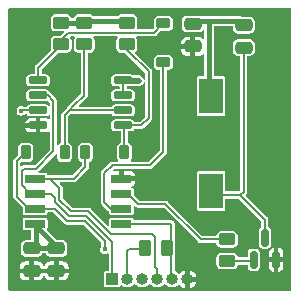
<source format=gbr>
%TF.GenerationSoftware,KiCad,Pcbnew,7.0.10*%
%TF.CreationDate,2026-01-16T16:27:33+08:00*%
%TF.ProjectId,NeepNeep-DAC-V1,4e656570-4e65-4657-902d-4441432d5631,rev?*%
%TF.SameCoordinates,Original*%
%TF.FileFunction,Copper,L1,Top*%
%TF.FilePolarity,Positive*%
%FSLAX46Y46*%
G04 Gerber Fmt 4.6, Leading zero omitted, Abs format (unit mm)*
G04 Created by KiCad (PCBNEW 7.0.10) date 2026-01-16 16:27:33*
%MOMM*%
%LPD*%
G01*
G04 APERTURE LIST*
G04 Aperture macros list*
%AMRoundRect*
0 Rectangle with rounded corners*
0 $1 Rounding radius*
0 $2 $3 $4 $5 $6 $7 $8 $9 X,Y pos of 4 corners*
0 Add a 4 corners polygon primitive as box body*
4,1,4,$2,$3,$4,$5,$6,$7,$8,$9,$2,$3,0*
0 Add four circle primitives for the rounded corners*
1,1,$1+$1,$2,$3*
1,1,$1+$1,$4,$5*
1,1,$1+$1,$6,$7*
1,1,$1+$1,$8,$9*
0 Add four rect primitives between the rounded corners*
20,1,$1+$1,$2,$3,$4,$5,0*
20,1,$1+$1,$4,$5,$6,$7,0*
20,1,$1+$1,$6,$7,$8,$9,0*
20,1,$1+$1,$8,$9,$2,$3,0*%
G04 Aperture macros list end*
%TA.AperFunction,SMDPad,CuDef*%
%ADD10R,2.000000X3.000000*%
%TD*%
%TA.AperFunction,SMDPad,CuDef*%
%ADD11RoundRect,0.250000X-0.475000X0.250000X-0.475000X-0.250000X0.475000X-0.250000X0.475000X0.250000X0*%
%TD*%
%TA.AperFunction,SMDPad,CuDef*%
%ADD12RoundRect,0.250000X-0.450000X0.262500X-0.450000X-0.262500X0.450000X-0.262500X0.450000X0.262500X0*%
%TD*%
%TA.AperFunction,SMDPad,CuDef*%
%ADD13RoundRect,0.225000X-0.225000X-0.375000X0.225000X-0.375000X0.225000X0.375000X-0.225000X0.375000X0*%
%TD*%
%TA.AperFunction,SMDPad,CuDef*%
%ADD14R,1.700000X0.650000*%
%TD*%
%TA.AperFunction,SMDPad,CuDef*%
%ADD15RoundRect,0.150000X-0.650000X-0.150000X0.650000X-0.150000X0.650000X0.150000X-0.650000X0.150000X0*%
%TD*%
%TA.AperFunction,SMDPad,CuDef*%
%ADD16RoundRect,0.225000X0.375000X-0.225000X0.375000X0.225000X-0.375000X0.225000X-0.375000X-0.225000X0*%
%TD*%
%TA.AperFunction,SMDPad,CuDef*%
%ADD17RoundRect,0.250000X-0.262500X-0.450000X0.262500X-0.450000X0.262500X0.450000X-0.262500X0.450000X0*%
%TD*%
%TA.AperFunction,SMDPad,CuDef*%
%ADD18RoundRect,0.150000X0.150000X-0.587500X0.150000X0.587500X-0.150000X0.587500X-0.150000X-0.587500X0*%
%TD*%
%TA.AperFunction,ComponentPad*%
%ADD19R,1.000000X1.000000*%
%TD*%
%TA.AperFunction,ComponentPad*%
%ADD20O,1.000000X1.000000*%
%TD*%
%TA.AperFunction,ViaPad*%
%ADD21C,0.400000*%
%TD*%
%TA.AperFunction,ViaPad*%
%ADD22C,0.500000*%
%TD*%
%TA.AperFunction,Conductor*%
%ADD23C,0.200000*%
%TD*%
%TA.AperFunction,Conductor*%
%ADD24C,0.400000*%
%TD*%
%TA.AperFunction,Conductor*%
%ADD25C,0.500000*%
%TD*%
G04 APERTURE END LIST*
D10*
%TO.P,BUZZER1,1,+*%
%TO.N,3.3v*%
X5200000Y4500000D03*
%TO.P,BUZZER1,2,-*%
%TO.N,Net-(BUZZER1--)*%
X5200000Y-3500000D03*
%TD*%
D11*
%TO.P,C4,2*%
%TO.N,GND*%
X-7900000Y-10300000D03*
%TO.P,C4,1*%
%TO.N,3.3v*%
X-7900000Y-8400000D03*
%TD*%
%TO.P,C3,2*%
%TO.N,Net-(BUZZER1--)*%
X7950000Y8600000D03*
%TO.P,C3,1*%
%TO.N,3.3v*%
X7950000Y10500000D03*
%TD*%
D12*
%TO.P,R3,1*%
%TO.N,3.3v*%
X-5550000Y10712500D03*
%TO.P,R3,2*%
%TO.N,Net-(D2-A)*%
X-5550000Y8887500D03*
%TD*%
%TO.P,R2,1*%
%TO.N,3.3v*%
X-1950000Y10712500D03*
%TO.P,R2,2*%
%TO.N,Net-(D3-A)*%
X-1950000Y8887500D03*
%TD*%
%TO.P,R1,2*%
%TO.N,Net-(D1-A)*%
X-7500000Y8887500D03*
%TO.P,R1,1*%
%TO.N,3.3v*%
X-7500000Y10712500D03*
%TD*%
D13*
%TO.P,D3,1,K*%
%TO.N,PB0{slash}MOSI*%
X-5450000Y-271250D03*
%TO.P,D3,2,A*%
%TO.N,Net-(D3-A)*%
X-2150000Y-271250D03*
%TD*%
%TO.P,D2,1,K*%
%TO.N,PB2{slash}SCK*%
X-10500000Y-271250D03*
%TO.P,D2,2,A*%
%TO.N,Net-(D2-A)*%
X-7200000Y-271250D03*
%TD*%
D14*
%TO.P,U3,8,VCC*%
%TO.N,3.3v*%
X-9700000Y-6305000D03*
%TO.P,U3,7,PB2*%
%TO.N,PB2{slash}SCK*%
X-9700000Y-5035000D03*
%TO.P,U3,6,PB1*%
%TO.N,PB1{slash}MISO*%
X-9700000Y-3765000D03*
%TO.P,U3,5,AREF/PB0*%
%TO.N,PB0{slash}MOSI*%
X-9700000Y-2495000D03*
%TO.P,U3,4,GND*%
%TO.N,GND*%
X-2400000Y-2495000D03*
%TO.P,U3,3,XTAL2/PB4*%
%TO.N,PB4*%
X-2400000Y-3765000D03*
%TO.P,U3,2,XTAL1/PB3*%
%TO.N,PB3*%
X-2400000Y-5035000D03*
%TO.P,U3,1,~{RESET}/PB5*%
%TO.N,PB5{slash}RESET*%
X-2400000Y-6305000D03*
%TD*%
D15*
%TO.P,U2,1,~{CS}*%
%TO.N,Net-(D1-A)*%
X-9450000Y5833750D03*
%TO.P,U2,2,DO(IO1)*%
%TO.N,PB1{slash}MISO*%
X-9450000Y4563750D03*
%TO.P,U2,3,IO2*%
%TO.N,3.3v*%
X-9450000Y3293750D03*
%TO.P,U2,4,GND*%
%TO.N,GND*%
X-9450000Y2023750D03*
%TO.P,U2,5,DI(IO0)*%
%TO.N,Net-(D3-A)*%
X-2250000Y2023750D03*
%TO.P,U2,6,CLK*%
%TO.N,Net-(D2-A)*%
X-2250000Y3293750D03*
%TO.P,U2,7,IO3*%
%TO.N,3.3v*%
X-2250000Y4563750D03*
%TO.P,U2,8,VCC*%
X-2250000Y5833750D03*
%TD*%
D16*
%TO.P,D1,1,K*%
%TO.N,PB3*%
X1150000Y7350000D03*
%TO.P,D1,2,A*%
%TO.N,Net-(D1-A)*%
X1150000Y10650000D03*
%TD*%
D11*
%TO.P,C1,2*%
%TO.N,GND*%
X3650000Y8700000D03*
%TO.P,C1,1*%
%TO.N,3.3v*%
X3650000Y10600000D03*
%TD*%
D17*
%TO.P,R6,1*%
%TO.N,3.3v*%
X-362500Y-8350000D03*
%TO.P,R6,2*%
%TO.N,PB5{slash}RESET*%
X1462500Y-8350000D03*
%TD*%
D18*
%TO.P,Q1,3,C*%
%TO.N,Net-(BUZZER1--)*%
X9750000Y-7475000D03*
%TO.P,Q1,2,E*%
%TO.N,GND*%
X10700000Y-9350000D03*
%TO.P,Q1,1,B*%
%TO.N,Net-(Q1-B)*%
X8800000Y-9350000D03*
%TD*%
D19*
%TO.P,J1,1,Pin_1*%
%TO.N,PB1{slash}MISO*%
X-3175000Y-11000000D03*
D20*
%TO.P,J1,2,Pin_2*%
%TO.N,3.3v*%
X-1905000Y-11000000D03*
%TO.P,J1,3,Pin_3*%
%TO.N,PB2{slash}SCK*%
X-635000Y-11000000D03*
%TO.P,J1,4,Pin_4*%
%TO.N,PB0{slash}MOSI*%
X635000Y-11000000D03*
%TO.P,J1,5,Pin_5*%
%TO.N,PB5{slash}RESET*%
X1905000Y-11000000D03*
%TO.P,J1,6,Pin_6*%
%TO.N,GND*%
X3175000Y-11000000D03*
%TD*%
D11*
%TO.P,C2,2*%
%TO.N,GND*%
X-10000000Y-10300000D03*
%TO.P,C2,1*%
%TO.N,3.3v*%
X-10000000Y-8400000D03*
%TD*%
D12*
%TO.P,R7,2*%
%TO.N,Net-(Q1-B)*%
X6550000Y-9462500D03*
%TO.P,R7,1*%
%TO.N,PB4*%
X6550000Y-7637500D03*
%TD*%
D21*
%TO.N,GND*%
X-7350000Y-1950000D03*
X-7900000Y-11450000D03*
D22*
X-11500000Y-10300000D03*
X5300000Y-11500000D03*
X11250000Y-11400000D03*
D21*
X-11200000Y10350000D03*
X-10250000Y11400000D03*
X-11200000Y11400000D03*
X11250000Y8650000D03*
X11250000Y11400000D03*
D22*
X-4300000Y5650000D03*
D21*
%TO.N,3.3v*%
X-10875000Y3250000D03*
D22*
%TO.N,GND*%
X11400000Y-4300000D03*
X8650000Y200000D03*
X2350000Y-1000000D03*
D21*
X-5900000Y-10750000D03*
D22*
X-9400000Y1150000D03*
X-6700000Y5650000D03*
D21*
X-5900000Y-6800000D03*
X6250000Y8650000D03*
X2050000Y8850000D03*
%TO.N,3.3v*%
X-950000Y5800000D03*
X5150000Y10850000D03*
%TO.N,GND*%
X-3800000Y-271250D03*
X-5250000Y-4050000D03*
%TO.N,3.3v*%
X-4050000Y10850000D03*
%TO.N,GND*%
X1100000Y-2800000D03*
X-550000Y300000D03*
%TO.N,3.3v*%
X-9650000Y-7100000D03*
%TO.N,PB2{slash}SCK*%
X-3828554Y-8478554D03*
%TD*%
D23*
%TO.N,PB3*%
X-3265000Y-5035000D02*
X-2400000Y-5035000D01*
X-3850000Y-2050000D02*
X-3850000Y-4450000D01*
X-3150000Y-1350000D02*
X-3850000Y-2050000D01*
X1150000Y-250000D02*
X50000Y-1350000D01*
X50000Y-1350000D02*
X-3150000Y-1350000D01*
X1150000Y7350000D02*
X1150000Y-250000D01*
X-3850000Y-4450000D02*
X-3265000Y-5035000D01*
%TO.N,PB0{slash}MOSI*%
X-8600000Y-2495000D02*
X-8100000Y-2495000D01*
X-9700000Y-2495000D02*
X-8600000Y-2495000D01*
X-7650000Y-3300000D02*
X-8050000Y-2900000D01*
X-8050000Y-2900000D02*
X-8455000Y-2495000D01*
X-8455000Y-2495000D02*
X-8600000Y-2495000D01*
X-7650000Y-4300000D02*
X-7650000Y-3300000D01*
X-6700000Y-5250000D02*
X-7650000Y-4300000D01*
X175000Y-7175000D02*
X-3275000Y-7175000D01*
X450000Y-7450000D02*
X175000Y-7175000D01*
X450000Y-9965000D02*
X450000Y-7450000D01*
X-3275000Y-7175000D02*
X-5200000Y-5250000D01*
X635000Y-10150000D02*
X450000Y-9965000D01*
X635000Y-11000000D02*
X635000Y-10150000D01*
X-5200000Y-5250000D02*
X-6700000Y-5250000D01*
X-6445000Y-2495000D02*
X-8100000Y-2495000D01*
X-5450000Y-1500000D02*
X-6445000Y-2495000D01*
X-5450000Y-271250D02*
X-5450000Y-1500000D01*
%TO.N,PB2{slash}SCK*%
X-8046372Y-5035000D02*
X-9700000Y-5035000D01*
X-6990686Y-6090686D02*
X-8046372Y-5035000D01*
X-5490686Y-6090686D02*
X-6990686Y-6090686D01*
X-3828554Y-7752818D02*
X-5490686Y-6090686D01*
X-3828554Y-8478554D02*
X-3828554Y-7752818D01*
%TO.N,PB1{slash}MISO*%
X-8385000Y-3765000D02*
X-9700000Y-3765000D01*
X-8050000Y-4465686D02*
X-8050000Y-4100000D01*
X-8050000Y-4100000D02*
X-8385000Y-3765000D01*
X-6865686Y-5650000D02*
X-8050000Y-4465686D01*
X-5365686Y-5650000D02*
X-6865686Y-5650000D01*
X-3175000Y-7840686D02*
X-5365686Y-5650000D01*
X-3175000Y-11000000D02*
X-3175000Y-7840686D01*
%TO.N,Net-(BUZZER1--)*%
X7950000Y-3600000D02*
X7675000Y-3875000D01*
X7950000Y8600000D02*
X7950000Y-3600000D01*
D24*
%TO.N,3.3v*%
X5000000Y10700000D02*
X5000000Y4875000D01*
X5150000Y10850000D02*
X5000000Y10700000D01*
X5150000Y10850000D02*
X7600000Y10850000D01*
X7600000Y10850000D02*
X7950000Y10500000D01*
X-10000000Y-8400000D02*
X-7900000Y-8400000D01*
X-9650000Y-8050000D02*
X-10000000Y-8400000D01*
X-9650000Y-7100000D02*
X-9650000Y-8050000D01*
D23*
%TO.N,Net-(D3-A)*%
X-100000Y2650000D02*
X-726250Y2023750D01*
X-100000Y6587500D02*
X-100000Y2650000D01*
X-726250Y2023750D02*
X-2250000Y2023750D01*
X-1950000Y8887500D02*
X-1950000Y8437500D01*
X-1950000Y8437500D02*
X-100000Y6587500D01*
%TO.N,Net-(D2-A)*%
X-5550000Y4550000D02*
X-6375000Y3725000D01*
X-5550000Y8887500D02*
X-5550000Y4550000D01*
X-6375000Y3725000D02*
X-6875000Y3225000D01*
%TO.N,Net-(D1-A)*%
X-7500000Y9250000D02*
X-6900000Y9850000D01*
X-7500000Y8887500D02*
X-7500000Y9250000D01*
X350000Y9850000D02*
X-6900000Y9850000D01*
X1150000Y10650000D02*
X350000Y9850000D01*
D24*
%TO.N,3.3v*%
X-2087500Y10850000D02*
X-1950000Y10712500D01*
X-4050000Y10850000D02*
X-2087500Y10850000D01*
X-5550000Y10712500D02*
X-7500000Y10712500D01*
X-5412500Y10850000D02*
X-5550000Y10712500D01*
X-4050000Y10850000D02*
X-5412500Y10850000D01*
D23*
%TO.N,PB4*%
X4300000Y-7637500D02*
X6550000Y-7637500D01*
X1312500Y-4650000D02*
X4300000Y-7637500D01*
X-990000Y-4650000D02*
X1312500Y-4650000D01*
X-2400000Y-3765000D02*
X-1875000Y-3765000D01*
X-1875000Y-3765000D02*
X-990000Y-4650000D01*
%TO.N,Net-(BUZZER1--)*%
X9750000Y-5950000D02*
X9750000Y-7475000D01*
X7675000Y-3875000D02*
X9750000Y-5950000D01*
X5000000Y-3875000D02*
X7675000Y-3875000D01*
%TO.N,Net-(Q1-B)*%
X8687500Y-9462500D02*
X8800000Y-9350000D01*
X6550000Y-9462500D02*
X8687500Y-9462500D01*
%TO.N,3.3v*%
X-10831250Y3293750D02*
X-10875000Y3250000D01*
X-9450000Y3293750D02*
X-10831250Y3293750D01*
X3550000Y10850000D02*
X3550000Y10700000D01*
X3550000Y10700000D02*
X3650000Y10600000D01*
%TO.N,Net-(D2-A)*%
X-7200000Y-271250D02*
X-7200000Y2900000D01*
%TO.N,3.3v*%
X-1750000Y-8450000D02*
X-362500Y-8450000D01*
X-1905000Y-8605000D02*
X-1750000Y-8450000D01*
X-1905000Y-11000000D02*
X-1905000Y-8605000D01*
%TO.N,Net-(D1-A)*%
X-7800000Y8550000D02*
X-7100000Y8550000D01*
%TO.N,Net-(D2-A)*%
X-6806250Y3293750D02*
X-6875000Y3225000D01*
X-6875000Y3225000D02*
X-7200000Y2900000D01*
X-5900000Y3293750D02*
X-6806250Y3293750D01*
X-3650000Y3293750D02*
X-5900000Y3293750D01*
%TO.N,Net-(D1-A)*%
X-9450000Y6900000D02*
X-7800000Y8550000D01*
X-9450000Y5833750D02*
X-9450000Y6900000D01*
D25*
%TO.N,3.3v*%
X-950000Y5800000D02*
X-2216250Y5800000D01*
X-2216250Y5800000D02*
X-2250000Y5833750D01*
D23*
%TO.N,Net-(D2-A)*%
X-2250000Y3293750D02*
X-3650000Y3293750D01*
D24*
%TO.N,3.3v*%
X5150000Y10850000D02*
X3550000Y10850000D01*
D23*
X-2250000Y4563750D02*
X-2250000Y5833750D01*
D24*
X-9700000Y-6450000D02*
X-9700000Y-6305000D01*
X-7750000Y-8400000D02*
X-9700000Y-6450000D01*
D23*
%TO.N,PB2{slash}SCK*%
X-11250000Y-1021250D02*
X-10500000Y-271250D01*
X-11250000Y-4010000D02*
X-11250000Y-1021250D01*
X-10225000Y-5035000D02*
X-11250000Y-4010000D01*
X-9700000Y-5035000D02*
X-10225000Y-5035000D01*
%TO.N,PB1{slash}MISO*%
X-10135000Y-3765000D02*
X-9700000Y-3765000D01*
X-10850000Y-1870000D02*
X-10850000Y-3050000D01*
X-10850000Y-3050000D02*
X-10135000Y-3765000D01*
X-9639375Y-1660625D02*
X-10640625Y-1660625D01*
X-10640625Y-1660625D02*
X-10850000Y-1870000D01*
X-8150000Y-171250D02*
X-9639375Y-1660625D01*
D24*
%TO.N,3.3v*%
X-9650000Y-6355000D02*
X-9700000Y-6305000D01*
X-9650000Y-7100000D02*
X-9650000Y-6355000D01*
D23*
%TO.N,PB5{slash}RESET*%
X1782138Y-6305000D02*
X-2400000Y-6305000D01*
X1800000Y-6322862D02*
X1782138Y-6305000D01*
%TO.N,PB1{slash}MISO*%
X-8150000Y4063749D02*
X-8150000Y-171250D01*
X-8650001Y4563750D02*
X-8150000Y4063749D01*
X-9450000Y4563750D02*
X-8650001Y4563750D01*
%TO.N,Net-(D3-A)*%
X-2150000Y1923750D02*
X-2250000Y2023750D01*
X-2150000Y-271250D02*
X-2150000Y1923750D01*
%TO.N,PB5{slash}RESET*%
X1800000Y-10895000D02*
X1905000Y-11000000D01*
X1800000Y-6322862D02*
X1800000Y-10895000D01*
%TD*%
%TA.AperFunction,Conductor*%
%TO.N,GND*%
G36*
X11956194Y11956194D02*
G01*
X11974500Y11912000D01*
X11974500Y-11912000D01*
X11956194Y-11956194D01*
X11912000Y-11974500D01*
X-11912000Y-11974500D01*
X-11956194Y-11956194D01*
X-11974500Y-11912000D01*
X-11974500Y-10500000D01*
X-11025000Y-10500000D01*
X-11025000Y-10593053D01*
X-11024999Y-10593070D01*
X-11014386Y-10681446D01*
X-10958925Y-10822087D01*
X-10958920Y-10822096D01*
X-10867565Y-10942564D01*
X-10747097Y-11033919D01*
X-10747088Y-11033924D01*
X-10606447Y-11089385D01*
X-10518071Y-11099998D01*
X-10518053Y-11100000D01*
X-10200000Y-11100000D01*
X-10200000Y-10500000D01*
X-9800000Y-10500000D01*
X-9800000Y-11100000D01*
X-9481947Y-11100000D01*
X-9481930Y-11099998D01*
X-9393554Y-11089385D01*
X-9252913Y-11033924D01*
X-9252904Y-11033919D01*
X-9132436Y-10942564D01*
X-9041081Y-10822096D01*
X-9041080Y-10822093D01*
X-9008143Y-10738572D01*
X-8974900Y-10704174D01*
X-8927072Y-10703357D01*
X-8892674Y-10736600D01*
X-8891857Y-10738572D01*
X-8858921Y-10822093D01*
X-8858920Y-10822096D01*
X-8767565Y-10942564D01*
X-8647097Y-11033919D01*
X-8647088Y-11033924D01*
X-8506447Y-11089385D01*
X-8418071Y-11099998D01*
X-8418053Y-11100000D01*
X-8100000Y-11100000D01*
X-8100000Y-10500000D01*
X-7700000Y-10500000D01*
X-7700000Y-11100000D01*
X-7381947Y-11100000D01*
X-7381930Y-11099998D01*
X-7293554Y-11089385D01*
X-7152913Y-11033924D01*
X-7152904Y-11033919D01*
X-7032436Y-10942564D01*
X-6941081Y-10822096D01*
X-6941076Y-10822087D01*
X-6885615Y-10681446D01*
X-6875002Y-10593070D01*
X-6875000Y-10593053D01*
X-6875000Y-10500000D01*
X-7700000Y-10500000D01*
X-8100000Y-10500000D01*
X-9800000Y-10500000D01*
X-10200000Y-10500000D01*
X-11025000Y-10500000D01*
X-11974500Y-10500000D01*
X-11974500Y-10100000D01*
X-11025000Y-10100000D01*
X-10200000Y-10100000D01*
X-10200000Y-9500000D01*
X-9800000Y-9500000D01*
X-9800000Y-10100000D01*
X-8100000Y-10100000D01*
X-8100000Y-9500000D01*
X-7700000Y-9500000D01*
X-7700000Y-10100000D01*
X-6875000Y-10100000D01*
X-6875000Y-10006946D01*
X-6875002Y-10006929D01*
X-6885615Y-9918553D01*
X-6941076Y-9777912D01*
X-6941081Y-9777903D01*
X-7032436Y-9657435D01*
X-7152904Y-9566080D01*
X-7152913Y-9566075D01*
X-7293554Y-9510614D01*
X-7381930Y-9500001D01*
X-7381947Y-9500000D01*
X-7700000Y-9500000D01*
X-8100000Y-9500000D01*
X-8418053Y-9500000D01*
X-8418071Y-9500001D01*
X-8506447Y-9510614D01*
X-8647088Y-9566075D01*
X-8647097Y-9566080D01*
X-8767565Y-9657435D01*
X-8858920Y-9777903D01*
X-8858925Y-9777912D01*
X-8891858Y-9861427D01*
X-8925100Y-9895825D01*
X-8972928Y-9896641D01*
X-9007326Y-9863399D01*
X-9008142Y-9861427D01*
X-9041076Y-9777912D01*
X-9041081Y-9777903D01*
X-9132436Y-9657435D01*
X-9252904Y-9566080D01*
X-9252913Y-9566075D01*
X-9393554Y-9510614D01*
X-9481930Y-9500001D01*
X-9481947Y-9500000D01*
X-9800000Y-9500000D01*
X-10200000Y-9500000D01*
X-10518053Y-9500000D01*
X-10518071Y-9500001D01*
X-10606447Y-9510614D01*
X-10747088Y-9566075D01*
X-10747097Y-9566080D01*
X-10867565Y-9657435D01*
X-10958920Y-9777903D01*
X-10958925Y-9777912D01*
X-11014386Y-9918553D01*
X-11024999Y-10006929D01*
X-11025000Y-10006946D01*
X-11025000Y-10100000D01*
X-11974500Y-10100000D01*
X-11974500Y-8704266D01*
X-10925500Y-8704266D01*
X-10924522Y-8714699D01*
X-10922647Y-8734696D01*
X-10922646Y-8734701D01*
X-10877793Y-8862882D01*
X-10877793Y-8862883D01*
X-10861690Y-8884701D01*
X-10797150Y-8972150D01*
X-10687882Y-9052793D01*
X-10559699Y-9097646D01*
X-10529266Y-9100500D01*
X-10529262Y-9100500D01*
X-9470738Y-9100500D01*
X-9470734Y-9100500D01*
X-9440301Y-9097646D01*
X-9312118Y-9052793D01*
X-9202850Y-8972150D01*
X-9122207Y-8862882D01*
X-9115026Y-8842358D01*
X-9083152Y-8806690D01*
X-9056033Y-8800500D01*
X-8843967Y-8800500D01*
X-8799773Y-8818806D01*
X-8784974Y-8842359D01*
X-8777794Y-8862880D01*
X-8777793Y-8862883D01*
X-8761690Y-8884701D01*
X-8697150Y-8972150D01*
X-8587882Y-9052793D01*
X-8459699Y-9097646D01*
X-8429266Y-9100500D01*
X-8429262Y-9100500D01*
X-7370738Y-9100500D01*
X-7370734Y-9100500D01*
X-7340301Y-9097646D01*
X-7212118Y-9052793D01*
X-7102850Y-8972150D01*
X-7022207Y-8862882D01*
X-6977354Y-8734699D01*
X-6974500Y-8704266D01*
X-6974500Y-8095734D01*
X-6977354Y-8065301D01*
X-7022207Y-7937118D01*
X-7036940Y-7917156D01*
X-7071985Y-7869671D01*
X-7102850Y-7827850D01*
X-7212118Y-7747207D01*
X-7340299Y-7702354D01*
X-7340304Y-7702353D01*
X-7360301Y-7700478D01*
X-7370734Y-7699500D01*
X-7370738Y-7699500D01*
X-7858220Y-7699500D01*
X-7902414Y-7681194D01*
X-8713706Y-6869901D01*
X-8732012Y-6825707D01*
X-8713706Y-6781513D01*
X-8706484Y-6775587D01*
X-8705452Y-6774554D01*
X-8705448Y-6774552D01*
X-8661133Y-6708231D01*
X-8649500Y-6649748D01*
X-8649500Y-5960252D01*
X-8661133Y-5901769D01*
X-8661134Y-5901767D01*
X-8705448Y-5835447D01*
X-8771768Y-5791133D01*
X-8771770Y-5791132D01*
X-8830252Y-5779500D01*
X-10569748Y-5779500D01*
X-10628231Y-5791132D01*
X-10628233Y-5791133D01*
X-10694553Y-5835447D01*
X-10738867Y-5901767D01*
X-10738868Y-5901769D01*
X-10750500Y-5960251D01*
X-10750500Y-6649748D01*
X-10738868Y-6708230D01*
X-10738867Y-6708232D01*
X-10694553Y-6774552D01*
X-10628233Y-6818866D01*
X-10628231Y-6818867D01*
X-10569748Y-6830500D01*
X-10113000Y-6830500D01*
X-10068806Y-6848806D01*
X-10050500Y-6893000D01*
X-10050500Y-7063559D01*
X-10051269Y-7073335D01*
X-10055492Y-7099999D01*
X-10051269Y-7126662D01*
X-10050500Y-7136439D01*
X-10050500Y-7637000D01*
X-10068806Y-7681194D01*
X-10113000Y-7699500D01*
X-10529266Y-7699500D01*
X-10538876Y-7700401D01*
X-10559697Y-7702353D01*
X-10559702Y-7702354D01*
X-10687883Y-7747207D01*
X-10687884Y-7747207D01*
X-10797150Y-7827850D01*
X-10877793Y-7937116D01*
X-10877793Y-7937117D01*
X-10922646Y-8065298D01*
X-10922647Y-8065303D01*
X-10924681Y-8087000D01*
X-10925500Y-8095734D01*
X-10925500Y-8704266D01*
X-11974500Y-8704266D01*
X-11974500Y-1007129D01*
X-11555379Y-1007129D01*
X-11551099Y-1037811D01*
X-11550500Y-1046446D01*
X-11550500Y-3950787D01*
X-11552326Y-3961979D01*
X-11551973Y-3962029D01*
X-11552774Y-3967767D01*
X-11550567Y-4015483D01*
X-11550500Y-4018370D01*
X-11550500Y-4037847D01*
X-11550012Y-4040456D01*
X-11549016Y-4049050D01*
X-11547586Y-4079987D01*
X-11547584Y-4079995D01*
X-11541905Y-4092858D01*
X-11537645Y-4106614D01*
X-11535061Y-4120433D01*
X-11518754Y-4146772D01*
X-11514726Y-4154412D01*
X-11508623Y-4168232D01*
X-11502206Y-4182765D01*
X-11492265Y-4192706D01*
X-11483323Y-4203994D01*
X-11475919Y-4215952D01*
X-11451193Y-4234624D01*
X-11444672Y-4240299D01*
X-10768806Y-4916165D01*
X-10750500Y-4960359D01*
X-10750500Y-5379748D01*
X-10738868Y-5438230D01*
X-10738867Y-5438232D01*
X-10694553Y-5504552D01*
X-10628233Y-5548866D01*
X-10628231Y-5548867D01*
X-10569748Y-5560500D01*
X-8830252Y-5560500D01*
X-8771769Y-5548867D01*
X-8705448Y-5504552D01*
X-8661133Y-5438231D01*
X-8650705Y-5385807D01*
X-8624129Y-5346033D01*
X-8589406Y-5335500D01*
X-8196731Y-5335500D01*
X-8152537Y-5353806D01*
X-7245043Y-6261300D01*
X-7238420Y-6270505D01*
X-7238136Y-6270291D01*
X-7234647Y-6274911D01*
X-7199328Y-6307109D01*
X-7197240Y-6309103D01*
X-7183483Y-6322860D01*
X-7181292Y-6324360D01*
X-7174516Y-6329729D01*
X-7151619Y-6350602D01*
X-7138509Y-6355681D01*
X-7125765Y-6362397D01*
X-7114167Y-6370342D01*
X-7084017Y-6377433D01*
X-7075747Y-6379994D01*
X-7046859Y-6391186D01*
X-7032800Y-6391186D01*
X-7018492Y-6392845D01*
X-7004805Y-6396065D01*
X-6974124Y-6391784D01*
X-6965489Y-6391186D01*
X-5641045Y-6391186D01*
X-5596851Y-6409492D01*
X-4147360Y-7858983D01*
X-4129054Y-7903177D01*
X-4129054Y-8186774D01*
X-4147360Y-8230968D01*
X-4156604Y-8240211D01*
X-4214200Y-8353248D01*
X-4214200Y-8353249D01*
X-4234046Y-8478554D01*
X-4214200Y-8603858D01*
X-4214200Y-8603859D01*
X-4160984Y-8708300D01*
X-4156604Y-8716896D01*
X-4066896Y-8806604D01*
X-3953858Y-8864200D01*
X-3828554Y-8884046D01*
X-3703250Y-8864200D01*
X-3590212Y-8806604D01*
X-3582194Y-8798586D01*
X-3538000Y-8780280D01*
X-3493806Y-8798586D01*
X-3475500Y-8842780D01*
X-3475500Y-10237000D01*
X-3493806Y-10281194D01*
X-3538000Y-10299500D01*
X-3694748Y-10299500D01*
X-3753231Y-10311132D01*
X-3753233Y-10311133D01*
X-3819553Y-10355447D01*
X-3863867Y-10421767D01*
X-3863868Y-10421769D01*
X-3875500Y-10480251D01*
X-3875500Y-11519748D01*
X-3863868Y-11578230D01*
X-3863867Y-11578232D01*
X-3819553Y-11644552D01*
X-3753233Y-11688866D01*
X-3753231Y-11688867D01*
X-3694748Y-11700500D01*
X-2655252Y-11700500D01*
X-2596769Y-11688867D01*
X-2530448Y-11644552D01*
X-2486133Y-11578231D01*
X-2480790Y-11551365D01*
X-2454216Y-11511592D01*
X-2407300Y-11502259D01*
X-2378046Y-11516776D01*
X-2305852Y-11580734D01*
X-2155225Y-11659790D01*
X-1990056Y-11700500D01*
X-1990054Y-11700500D01*
X-1819946Y-11700500D01*
X-1819944Y-11700500D01*
X-1654775Y-11659790D01*
X-1504148Y-11580734D01*
X-1376817Y-11467929D01*
X-1321437Y-11387696D01*
X-1281266Y-11361725D01*
X-1234496Y-11371764D01*
X-1218565Y-11387695D01*
X-1165272Y-11464902D01*
X-1163184Y-11467927D01*
X-1163182Y-11467930D01*
X-1108046Y-11516776D01*
X-1035852Y-11580734D01*
X-885225Y-11659790D01*
X-720056Y-11700500D01*
X-720054Y-11700500D01*
X-549946Y-11700500D01*
X-549944Y-11700500D01*
X-384775Y-11659790D01*
X-234148Y-11580734D01*
X-106817Y-11467929D01*
X-51437Y-11387696D01*
X-11266Y-11361725D01*
X35504Y-11371764D01*
X51435Y-11387695D01*
X104728Y-11464902D01*
X106816Y-11467927D01*
X106818Y-11467930D01*
X161954Y-11516776D01*
X234148Y-11580734D01*
X384775Y-11659790D01*
X549944Y-11700500D01*
X549946Y-11700500D01*
X720054Y-11700500D01*
X720056Y-11700500D01*
X885225Y-11659790D01*
X1035852Y-11580734D01*
X1163183Y-11467929D01*
X1218563Y-11387696D01*
X1258734Y-11361725D01*
X1305504Y-11371764D01*
X1321435Y-11387695D01*
X1374728Y-11464902D01*
X1376816Y-11467927D01*
X1376818Y-11467930D01*
X1431954Y-11516776D01*
X1504148Y-11580734D01*
X1654775Y-11659790D01*
X1819944Y-11700500D01*
X1819946Y-11700500D01*
X1990054Y-11700500D01*
X1990056Y-11700500D01*
X2155225Y-11659790D01*
X2305852Y-11580734D01*
X2433183Y-11467929D01*
X2433182Y-11467929D01*
X2436013Y-11465422D01*
X2437540Y-11467146D01*
X2474085Y-11449325D01*
X2519313Y-11464902D01*
X2530816Y-11478457D01*
X2545575Y-11501945D01*
X2545576Y-11501947D01*
X2673053Y-11629424D01*
X2825695Y-11725335D01*
X2975000Y-11777578D01*
X2975000Y-11259807D01*
X3062129Y-11310112D01*
X3146564Y-11325000D01*
X3203436Y-11325000D01*
X3287871Y-11310112D01*
X3375000Y-11259807D01*
X3375000Y-11777577D01*
X3524304Y-11725335D01*
X3676946Y-11629424D01*
X3804424Y-11501946D01*
X3900335Y-11349304D01*
X3952579Y-11200000D01*
X3431438Y-11200000D01*
X3460801Y-11165007D01*
X3500000Y-11057306D01*
X3500000Y-10942694D01*
X3460801Y-10834993D01*
X3431438Y-10800000D01*
X3952579Y-10800000D01*
X3900335Y-10650695D01*
X3804424Y-10498053D01*
X3676946Y-10370575D01*
X3524304Y-10274664D01*
X3375000Y-10222420D01*
X3375000Y-10740192D01*
X3287871Y-10689888D01*
X3203436Y-10675000D01*
X3146564Y-10675000D01*
X3062129Y-10689888D01*
X2975000Y-10740192D01*
X2975000Y-10222420D01*
X2825695Y-10274664D01*
X2673053Y-10370575D01*
X2545577Y-10498051D01*
X2530816Y-10521543D01*
X2491802Y-10549223D01*
X2444643Y-10541210D01*
X2436359Y-10534186D01*
X2436013Y-10534578D01*
X2305851Y-10419265D01*
X2155226Y-10340210D01*
X2148038Y-10338438D01*
X2109511Y-10310084D01*
X2100500Y-10277755D01*
X2100500Y-9779266D01*
X5649500Y-9779266D01*
X5650478Y-9789699D01*
X5652353Y-9809696D01*
X5652354Y-9809701D01*
X5697207Y-9937882D01*
X5697207Y-9937883D01*
X5736926Y-9991699D01*
X5777850Y-10047150D01*
X5887118Y-10127793D01*
X6015301Y-10172646D01*
X6045734Y-10175500D01*
X6045738Y-10175500D01*
X7054262Y-10175500D01*
X7054266Y-10175500D01*
X7084699Y-10172646D01*
X7212882Y-10127793D01*
X7322150Y-10047150D01*
X7402793Y-9937882D01*
X7447646Y-9809699D01*
X7447645Y-9809699D01*
X7448902Y-9806110D01*
X7450851Y-9806792D01*
X7474404Y-9772905D01*
X7508168Y-9763000D01*
X8237000Y-9763000D01*
X8281194Y-9781306D01*
X8299500Y-9825500D01*
X8299500Y-9970759D01*
X8309426Y-10038890D01*
X8309426Y-10038891D01*
X8309427Y-10038893D01*
X8360802Y-10143983D01*
X8443517Y-10226698D01*
X8548607Y-10278073D01*
X8616740Y-10288000D01*
X8616741Y-10288000D01*
X8983259Y-10288000D01*
X8983260Y-10288000D01*
X9051393Y-10278073D01*
X9156483Y-10226698D01*
X9239198Y-10143983D01*
X9290573Y-10038893D01*
X9300500Y-9970760D01*
X9300500Y-9550000D01*
X10100001Y-9550000D01*
X10100001Y-9991708D01*
X10102850Y-10022104D01*
X10147654Y-10150146D01*
X10147654Y-10150147D01*
X10228208Y-10259291D01*
X10337353Y-10339845D01*
X10465392Y-10384648D01*
X10465396Y-10384649D01*
X10495784Y-10387498D01*
X10495799Y-10387499D01*
X10499999Y-10387498D01*
X10500000Y-10387498D01*
X10500000Y-9550000D01*
X10900000Y-9550000D01*
X10900000Y-10387499D01*
X10904208Y-10387499D01*
X10934604Y-10384649D01*
X11062646Y-10339845D01*
X11062647Y-10339845D01*
X11171791Y-10259291D01*
X11252345Y-10150147D01*
X11252345Y-10150146D01*
X11297148Y-10022107D01*
X11297149Y-10022102D01*
X11300000Y-9991699D01*
X11300000Y-9550000D01*
X10900000Y-9550000D01*
X10500000Y-9550000D01*
X10100001Y-9550000D01*
X9300500Y-9550000D01*
X9300500Y-9150000D01*
X10100000Y-9150000D01*
X10500000Y-9150000D01*
X10500000Y-8312500D01*
X10900000Y-8312500D01*
X10900000Y-9150000D01*
X11299999Y-9150000D01*
X11299999Y-8708291D01*
X11297149Y-8677895D01*
X11252345Y-8549853D01*
X11252345Y-8549852D01*
X11171791Y-8440708D01*
X11062646Y-8360154D01*
X10934607Y-8315351D01*
X10934602Y-8315350D01*
X10904199Y-8312500D01*
X10900000Y-8312500D01*
X10500000Y-8312500D01*
X10499999Y-8312499D01*
X10495804Y-8312500D01*
X10495796Y-8312501D01*
X10465395Y-8315350D01*
X10337353Y-8360154D01*
X10337352Y-8360154D01*
X10228208Y-8440708D01*
X10147654Y-8549852D01*
X10147654Y-8549853D01*
X10102851Y-8677892D01*
X10102850Y-8677897D01*
X10100000Y-8708300D01*
X10100000Y-9150000D01*
X9300500Y-9150000D01*
X9300500Y-8729240D01*
X9290573Y-8661107D01*
X9239198Y-8556017D01*
X9156483Y-8473302D01*
X9051393Y-8421927D01*
X9051391Y-8421926D01*
X9051390Y-8421926D01*
X8990123Y-8413000D01*
X8983260Y-8412000D01*
X8616740Y-8412000D01*
X8609877Y-8413000D01*
X8548609Y-8421926D01*
X8443515Y-8473303D01*
X8360803Y-8556015D01*
X8309426Y-8661109D01*
X8299500Y-8729240D01*
X8299500Y-9099500D01*
X8281194Y-9143694D01*
X8237000Y-9162000D01*
X7508168Y-9162000D01*
X7463974Y-9143694D01*
X7450178Y-9118443D01*
X7448902Y-9118890D01*
X7431944Y-9070428D01*
X7402793Y-8987118D01*
X7391745Y-8972149D01*
X7376783Y-8951875D01*
X7322150Y-8877850D01*
X7212882Y-8797207D01*
X7084701Y-8752354D01*
X7084696Y-8752353D01*
X7064699Y-8750478D01*
X7054266Y-8749500D01*
X6045734Y-8749500D01*
X6036124Y-8750401D01*
X6015303Y-8752353D01*
X6015298Y-8752354D01*
X5887117Y-8797207D01*
X5887116Y-8797207D01*
X5777850Y-8877850D01*
X5697207Y-8987116D01*
X5697207Y-8987117D01*
X5652354Y-9115298D01*
X5652353Y-9115303D01*
X5650233Y-9137908D01*
X5649500Y-9145734D01*
X5649500Y-9779266D01*
X2100500Y-9779266D01*
X2100500Y-9070428D01*
X2112712Y-9033315D01*
X2127793Y-9012882D01*
X2172646Y-8884699D01*
X2175500Y-8854266D01*
X2175500Y-7845734D01*
X2172646Y-7815301D01*
X2127793Y-7687118D01*
X2113629Y-7667926D01*
X2112712Y-7666683D01*
X2100500Y-7629570D01*
X2100500Y-6382074D01*
X2102326Y-6370880D01*
X2101973Y-6370831D01*
X2102773Y-6365096D01*
X2100567Y-6317378D01*
X2100500Y-6314491D01*
X2100500Y-6295021D01*
X2100500Y-6295018D01*
X2100011Y-6292404D01*
X2099014Y-6283805D01*
X2098603Y-6274914D01*
X2097585Y-6252871D01*
X2091903Y-6240003D01*
X2087643Y-6226243D01*
X2085061Y-6212428D01*
X2068755Y-6186094D01*
X2064718Y-6178434D01*
X2052209Y-6150102D01*
X2052205Y-6150096D01*
X2042266Y-6140157D01*
X2033321Y-6128865D01*
X2025920Y-6116912D01*
X2025919Y-6116910D01*
X2004558Y-6100779D01*
X2000132Y-6097103D01*
X1990778Y-6088575D01*
X1988711Y-6086602D01*
X1974935Y-6072826D01*
X1972739Y-6071321D01*
X1965968Y-6065957D01*
X1943072Y-6045085D01*
X1943071Y-6045084D01*
X1934326Y-6041696D01*
X1929954Y-6040002D01*
X1917215Y-6033286D01*
X1905621Y-6025345D01*
X1905621Y-6025344D01*
X1883227Y-6020077D01*
X1875464Y-6018251D01*
X1867205Y-6015693D01*
X1838311Y-6004500D01*
X1838310Y-6004500D01*
X1824252Y-6004500D01*
X1809943Y-6002840D01*
X1796257Y-5999621D01*
X1765576Y-6003901D01*
X1756941Y-6004500D01*
X-1289406Y-6004500D01*
X-1333600Y-5986194D01*
X-1350705Y-5954193D01*
X-1361133Y-5901769D01*
X-1361134Y-5901767D01*
X-1405448Y-5835447D01*
X-1471768Y-5791133D01*
X-1471770Y-5791132D01*
X-1530252Y-5779500D01*
X-3269748Y-5779500D01*
X-3328231Y-5791132D01*
X-3328233Y-5791133D01*
X-3394553Y-5835447D01*
X-3438867Y-5901767D01*
X-3438868Y-5901769D01*
X-3450500Y-5960251D01*
X-3450500Y-6423641D01*
X-3468806Y-6467835D01*
X-3513000Y-6486141D01*
X-3557194Y-6467835D01*
X-4945645Y-5079384D01*
X-4952270Y-5070175D01*
X-4952555Y-5070391D01*
X-4956045Y-5065768D01*
X-4991359Y-5033576D01*
X-4993427Y-5031602D01*
X-5007203Y-5017826D01*
X-5009399Y-5016321D01*
X-5016170Y-5010957D01*
X-5039066Y-4990085D01*
X-5039067Y-4990084D01*
X-5047812Y-4986696D01*
X-5052184Y-4985002D01*
X-5064923Y-4978286D01*
X-5076517Y-4970345D01*
X-5076517Y-4970344D01*
X-5098911Y-4965077D01*
X-5106674Y-4963251D01*
X-5114933Y-4960693D01*
X-5143827Y-4949500D01*
X-5143828Y-4949500D01*
X-5157886Y-4949500D01*
X-5172195Y-4947840D01*
X-5185881Y-4944621D01*
X-5216562Y-4948901D01*
X-5225197Y-4949500D01*
X-6549641Y-4949500D01*
X-6593835Y-4931194D01*
X-7331194Y-4193835D01*
X-7349500Y-4149641D01*
X-7349500Y-3359211D01*
X-7347674Y-3348017D01*
X-7348027Y-3347968D01*
X-7347227Y-3342233D01*
X-7349433Y-3294515D01*
X-7349500Y-3291628D01*
X-7349500Y-3272159D01*
X-7349500Y-3272156D01*
X-7349989Y-3269542D01*
X-7350986Y-3260943D01*
X-7351977Y-3239500D01*
X-7352415Y-3230008D01*
X-7358098Y-3217137D01*
X-7362357Y-3203380D01*
X-7364939Y-3189568D01*
X-7364939Y-3189567D01*
X-7381244Y-3163233D01*
X-7385277Y-3155583D01*
X-7397794Y-3127234D01*
X-7407738Y-3117290D01*
X-7416683Y-3105997D01*
X-7424081Y-3094048D01*
X-7448801Y-3075380D01*
X-7455330Y-3069698D01*
X-7532549Y-2992479D01*
X-7622836Y-2902193D01*
X-7641141Y-2858000D01*
X-7622835Y-2813806D01*
X-7578641Y-2795500D01*
X-6504212Y-2795500D01*
X-6493021Y-2797325D01*
X-6492971Y-2796973D01*
X-6487237Y-2797772D01*
X-6487235Y-2797773D01*
X-6487234Y-2797772D01*
X-6487233Y-2797773D01*
X-6451115Y-2796103D01*
X-6439514Y-2795566D01*
X-6436628Y-2795500D01*
X-6417160Y-2795500D01*
X-6417156Y-2795500D01*
X-6414549Y-2795012D01*
X-6405953Y-2794014D01*
X-6375008Y-2792585D01*
X-6362147Y-2786906D01*
X-6348381Y-2782643D01*
X-6334567Y-2780061D01*
X-6308225Y-2763750D01*
X-6300590Y-2759725D01*
X-6272235Y-2747206D01*
X-6262290Y-2737259D01*
X-6251002Y-2728319D01*
X-6239048Y-2720919D01*
X-6220375Y-2696190D01*
X-6214707Y-2689676D01*
X-5279386Y-1754355D01*
X-5270179Y-1747733D01*
X-5270394Y-1747448D01*
X-5265776Y-1743959D01*
X-5265772Y-1743958D01*
X-5233565Y-1708627D01*
X-5231591Y-1706561D01*
X-5217826Y-1692797D01*
X-5216335Y-1690618D01*
X-5210958Y-1683829D01*
X-5190084Y-1660933D01*
X-5185005Y-1647820D01*
X-5178292Y-1635082D01*
X-5170344Y-1623481D01*
X-5163253Y-1593328D01*
X-5160699Y-1585076D01*
X-5149500Y-1556173D01*
X-5149500Y-1542114D01*
X-5147840Y-1527804D01*
X-5144621Y-1514119D01*
X-5148902Y-1483437D01*
X-5149500Y-1474803D01*
X-5149500Y-1118475D01*
X-5131194Y-1074281D01*
X-5096773Y-1056744D01*
X-5091874Y-1055969D01*
X-4971780Y-994778D01*
X-4876472Y-899470D01*
X-4815281Y-779376D01*
X-4799500Y-679738D01*
X-4799500Y137238D01*
X-4815281Y236876D01*
X-4815283Y236879D01*
X-4815283Y236881D01*
X-4876472Y356970D01*
X-4971781Y452279D01*
X-5091870Y513468D01*
X-5091880Y513471D01*
X-5191499Y529249D01*
X-5191511Y529250D01*
X-5191512Y529250D01*
X-5708488Y529250D01*
X-5708490Y529250D01*
X-5708502Y529249D01*
X-5808121Y513471D01*
X-5808131Y513468D01*
X-5928220Y452279D01*
X-6023529Y356970D01*
X-6084718Y236881D01*
X-6084721Y236871D01*
X-6100499Y137252D01*
X-6100500Y137236D01*
X-6100500Y-679735D01*
X-6100499Y-679751D01*
X-6084721Y-779370D01*
X-6084718Y-779380D01*
X-6023529Y-899469D01*
X-6023528Y-899470D01*
X-5928220Y-994778D01*
X-5808126Y-1055969D01*
X-5803228Y-1056744D01*
X-5762440Y-1081733D01*
X-5750500Y-1118475D01*
X-5750500Y-1349640D01*
X-5768806Y-1393834D01*
X-6551165Y-2176194D01*
X-6595359Y-2194500D01*
X-8412886Y-2194500D01*
X-8427195Y-2192840D01*
X-8440881Y-2189621D01*
X-8471562Y-2193901D01*
X-8480197Y-2194500D01*
X-8589406Y-2194500D01*
X-8633600Y-2176194D01*
X-8650705Y-2144193D01*
X-8661133Y-2091769D01*
X-8661134Y-2091767D01*
X-8705448Y-2025447D01*
X-8771768Y-1981133D01*
X-8771770Y-1981132D01*
X-8830252Y-1969500D01*
X-9370553Y-1969500D01*
X-9414747Y-1951194D01*
X-9433053Y-1907000D01*
X-9420433Y-1869341D01*
X-9414749Y-1861814D01*
X-9409082Y-1855301D01*
X-7979386Y-425605D01*
X-7970179Y-418983D01*
X-7970394Y-418698D01*
X-7965775Y-415209D01*
X-7965772Y-415208D01*
X-7959190Y-407987D01*
X-7915890Y-387658D01*
X-7870897Y-403900D01*
X-7850567Y-447201D01*
X-7850500Y-450091D01*
X-7850500Y-679735D01*
X-7850499Y-679751D01*
X-7834721Y-779370D01*
X-7834718Y-779380D01*
X-7773529Y-899469D01*
X-7678220Y-994778D01*
X-7558131Y-1055967D01*
X-7558129Y-1055967D01*
X-7558126Y-1055969D01*
X-7558123Y-1055969D01*
X-7558121Y-1055970D01*
X-7458502Y-1071748D01*
X-7458496Y-1071748D01*
X-7458488Y-1071750D01*
X-7458486Y-1071750D01*
X-6941514Y-1071750D01*
X-6941512Y-1071750D01*
X-6899493Y-1065095D01*
X-6841880Y-1055970D01*
X-6841880Y-1055969D01*
X-6841874Y-1055969D01*
X-6721780Y-994778D01*
X-6626472Y-899470D01*
X-6565281Y-779376D01*
X-6549500Y-679738D01*
X-6549500Y137238D01*
X-6565281Y236876D01*
X-6565283Y236879D01*
X-6565283Y236881D01*
X-6626472Y356970D01*
X-6721781Y452279D01*
X-6841870Y513468D01*
X-6841877Y513470D01*
X-6846783Y514247D01*
X-6887567Y539246D01*
X-6899500Y575977D01*
X-6899500Y2749641D01*
X-6881194Y2793835D01*
X-6700085Y2974944D01*
X-6655891Y2993250D01*
X-5956173Y2993250D01*
X-3706173Y2993250D01*
X-3255581Y2993250D01*
X-3211387Y2974944D01*
X-3199432Y2958200D01*
X-3189200Y2937270D01*
X-3189198Y2937267D01*
X-3106483Y2854552D01*
X-3001393Y2803177D01*
X-2933260Y2793250D01*
X-2933259Y2793250D01*
X-1566741Y2793250D01*
X-1566740Y2793250D01*
X-1498607Y2803177D01*
X-1393517Y2854552D01*
X-1310802Y2937267D01*
X-1259427Y3042357D01*
X-1249500Y3110490D01*
X-1249500Y3477010D01*
X-1259427Y3545143D01*
X-1310802Y3650233D01*
X-1393517Y3732948D01*
X-1498607Y3784323D01*
X-1498609Y3784324D01*
X-1498610Y3784324D01*
X-1552733Y3792210D01*
X-1566740Y3794250D01*
X-2933260Y3794250D01*
X-2944879Y3792558D01*
X-3001391Y3784324D01*
X-3106485Y3732947D01*
X-3189198Y3650234D01*
X-3189200Y3650231D01*
X-3199432Y3629300D01*
X-3235288Y3597636D01*
X-3255581Y3594250D01*
X-5929891Y3594250D01*
X-5974085Y3612556D01*
X-5992391Y3656750D01*
X-5974085Y3700944D01*
X-5880779Y3794250D01*
X-5379386Y4295645D01*
X-5370179Y4302267D01*
X-5370394Y4302552D01*
X-5365776Y4306041D01*
X-5365772Y4306042D01*
X-5333565Y4341373D01*
X-5331591Y4343439D01*
X-5317826Y4357203D01*
X-5316335Y4359382D01*
X-5310958Y4366171D01*
X-5290084Y4389067D01*
X-5285005Y4402180D01*
X-5278292Y4414918D01*
X-5270344Y4426519D01*
X-5263253Y4456672D01*
X-5260699Y4464924D01*
X-5249500Y4493827D01*
X-5249500Y4507886D01*
X-5247840Y4522196D01*
X-5244621Y4535881D01*
X-5248901Y4566563D01*
X-5249500Y4575198D01*
X-5249500Y8112000D01*
X-5231194Y8156194D01*
X-5187000Y8174500D01*
X-5045738Y8174500D01*
X-5045734Y8174500D01*
X-5015301Y8177354D01*
X-4887118Y8222207D01*
X-4777850Y8302850D01*
X-4697207Y8412118D01*
X-4652354Y8540301D01*
X-4649500Y8570734D01*
X-4649500Y9204266D01*
X-4652354Y9234699D01*
X-4697207Y9362882D01*
X-4761420Y9449887D01*
X-4772934Y9496315D01*
X-4748246Y9537287D01*
X-4711132Y9549500D01*
X-2788868Y9549500D01*
X-2744674Y9531194D01*
X-2726368Y9487000D01*
X-2738581Y9449886D01*
X-2802793Y9362884D01*
X-2802793Y9362883D01*
X-2847646Y9234702D01*
X-2847647Y9234697D01*
X-2850500Y9204263D01*
X-2850500Y8570738D01*
X-2847647Y8540304D01*
X-2847646Y8540299D01*
X-2802793Y8412118D01*
X-2802793Y8412117D01*
X-2762472Y8357484D01*
X-2722150Y8302850D01*
X-2612882Y8222207D01*
X-2484699Y8177354D01*
X-2454266Y8174500D01*
X-2137859Y8174500D01*
X-2093665Y8156194D01*
X-418806Y6481335D01*
X-400500Y6437141D01*
X-400500Y5963314D01*
X-418806Y5919120D01*
X-463000Y5900814D01*
X-507194Y5919120D01*
X-521180Y5940480D01*
X-551216Y6017010D01*
X-555448Y6027794D01*
X-555449Y6027796D01*
X-640119Y6133968D01*
X-640121Y6133970D01*
X-655643Y6144553D01*
X-752327Y6210472D01*
X-752329Y6210473D01*
X-752331Y6210474D01*
X-882096Y6250500D01*
X-882098Y6250500D01*
X-1345181Y6250500D01*
X-1389375Y6268806D01*
X-1393516Y6272947D01*
X-1393517Y6272948D01*
X-1498607Y6324323D01*
X-1498609Y6324324D01*
X-1498610Y6324324D01*
X-1552733Y6332210D01*
X-1566740Y6334250D01*
X-2933260Y6334250D01*
X-2944879Y6332558D01*
X-3001391Y6324324D01*
X-3106485Y6272947D01*
X-3189197Y6190235D01*
X-3240574Y6085141D01*
X-3248929Y6027795D01*
X-3250500Y6017010D01*
X-3250500Y5650490D01*
X-3248460Y5636483D01*
X-3240574Y5582360D01*
X-3240574Y5582359D01*
X-3240573Y5582357D01*
X-3189198Y5477267D01*
X-3106483Y5394552D01*
X-3001393Y5343177D01*
X-2933260Y5333250D01*
X-2613000Y5333250D01*
X-2568806Y5314944D01*
X-2550500Y5270750D01*
X-2550500Y5126750D01*
X-2568806Y5082556D01*
X-2613000Y5064250D01*
X-2933260Y5064250D01*
X-2944879Y5062558D01*
X-3001391Y5054324D01*
X-3106485Y5002947D01*
X-3189197Y4920235D01*
X-3240574Y4815141D01*
X-3250500Y4747010D01*
X-3250500Y4380491D01*
X-3240574Y4312360D01*
X-3240574Y4312359D01*
X-3240573Y4312357D01*
X-3189198Y4207267D01*
X-3106483Y4124552D01*
X-3001393Y4073177D01*
X-2933260Y4063250D01*
X-2933259Y4063250D01*
X-1566741Y4063250D01*
X-1566740Y4063250D01*
X-1498607Y4073177D01*
X-1393517Y4124552D01*
X-1310802Y4207267D01*
X-1259427Y4312357D01*
X-1249500Y4380490D01*
X-1249500Y4747010D01*
X-1259427Y4815143D01*
X-1310802Y4920233D01*
X-1393517Y5002948D01*
X-1498607Y5054323D01*
X-1498609Y5054324D01*
X-1498610Y5054324D01*
X-1552733Y5062210D01*
X-1566740Y5064250D01*
X-1566741Y5064250D01*
X-1887000Y5064250D01*
X-1931194Y5082556D01*
X-1949500Y5126750D01*
X-1949500Y5270750D01*
X-1931194Y5314944D01*
X-1887000Y5333250D01*
X-1566741Y5333250D01*
X-1566740Y5333250D01*
X-1498607Y5343177D01*
X-1498602Y5343180D01*
X-1493970Y5344610D01*
X-1493863Y5344261D01*
X-1471214Y5349500D01*
X-916244Y5349500D01*
X-916238Y5349500D01*
X-815713Y5364652D01*
X-693358Y5423575D01*
X-593806Y5515945D01*
X-525904Y5633555D01*
X-523933Y5642189D01*
X-496253Y5681203D01*
X-449094Y5689216D01*
X-410080Y5661536D01*
X-400500Y5628283D01*
X-400500Y2800359D01*
X-418806Y2756165D01*
X-832415Y2342556D01*
X-876609Y2324250D01*
X-1244419Y2324250D01*
X-1288613Y2342556D01*
X-1300568Y2359300D01*
X-1310801Y2380231D01*
X-1310803Y2380234D01*
X-1393516Y2462947D01*
X-1393517Y2462948D01*
X-1498607Y2514323D01*
X-1498609Y2514324D01*
X-1498610Y2514324D01*
X-1552733Y2522210D01*
X-1566740Y2524250D01*
X-2933260Y2524250D01*
X-2944879Y2522558D01*
X-3001391Y2514324D01*
X-3106485Y2462947D01*
X-3189197Y2380235D01*
X-3240574Y2275141D01*
X-3250500Y2207010D01*
X-3250500Y1840491D01*
X-3240574Y1772360D01*
X-3240574Y1772359D01*
X-3240573Y1772357D01*
X-3189198Y1667267D01*
X-3106483Y1584552D01*
X-3001393Y1533177D01*
X-2933260Y1523250D01*
X-2513000Y1523250D01*
X-2468806Y1504944D01*
X-2450500Y1460750D01*
X-2450500Y575977D01*
X-2468806Y531783D01*
X-2503217Y514247D01*
X-2508124Y513470D01*
X-2508131Y513468D01*
X-2628220Y452279D01*
X-2723529Y356970D01*
X-2784718Y236881D01*
X-2784721Y236871D01*
X-2800499Y137252D01*
X-2800500Y137236D01*
X-2800500Y-679735D01*
X-2800499Y-679751D01*
X-2784721Y-779370D01*
X-2784718Y-779380D01*
X-2723529Y-899469D01*
X-2680192Y-942806D01*
X-2661886Y-987000D01*
X-2680192Y-1031194D01*
X-2724386Y-1049500D01*
X-3090788Y-1049500D01*
X-3101980Y-1047674D01*
X-3102029Y-1048027D01*
X-3107768Y-1047226D01*
X-3154273Y-1049376D01*
X-3155487Y-1049433D01*
X-3158372Y-1049500D01*
X-3177848Y-1049500D01*
X-3180455Y-1049988D01*
X-3189049Y-1050984D01*
X-3219990Y-1052414D01*
X-3219998Y-1052416D01*
X-3232863Y-1058096D01*
X-3246616Y-1062355D01*
X-3260432Y-1064938D01*
X-3260437Y-1064940D01*
X-3286771Y-1081244D01*
X-3294422Y-1085277D01*
X-3322765Y-1097792D01*
X-3322769Y-1097795D01*
X-3332714Y-1107740D01*
X-3344001Y-1116680D01*
X-3355951Y-1124079D01*
X-3355953Y-1124081D01*
X-3374620Y-1148800D01*
X-3380301Y-1155328D01*
X-4020618Y-1795645D01*
X-4029825Y-1802271D01*
X-4029611Y-1802555D01*
X-4034230Y-1806042D01*
X-4066416Y-1841348D01*
X-4068405Y-1843431D01*
X-4082174Y-1857201D01*
X-4083680Y-1859400D01*
X-4089041Y-1866165D01*
X-4109916Y-1889066D01*
X-4109918Y-1889068D01*
X-4114999Y-1902184D01*
X-4121712Y-1914919D01*
X-4129656Y-1926516D01*
X-4129657Y-1926520D01*
X-4136750Y-1956672D01*
X-4139309Y-1964935D01*
X-4150500Y-1993825D01*
X-4150500Y-2007884D01*
X-4152160Y-2022193D01*
X-4155379Y-2035879D01*
X-4151099Y-2066561D01*
X-4150500Y-2075196D01*
X-4150500Y-4390787D01*
X-4152326Y-4401979D01*
X-4151973Y-4402029D01*
X-4152774Y-4407767D01*
X-4150567Y-4455483D01*
X-4150500Y-4458370D01*
X-4150500Y-4477847D01*
X-4150012Y-4480456D01*
X-4149016Y-4489050D01*
X-4147586Y-4519987D01*
X-4147584Y-4519995D01*
X-4141905Y-4532858D01*
X-4137645Y-4546614D01*
X-4135061Y-4560433D01*
X-4118754Y-4586772D01*
X-4114726Y-4594412D01*
X-4107794Y-4610109D01*
X-4102206Y-4622765D01*
X-4092265Y-4632706D01*
X-4083323Y-4643994D01*
X-4075919Y-4655952D01*
X-4051193Y-4674624D01*
X-4044672Y-4680299D01*
X-3519357Y-5205614D01*
X-3512734Y-5214819D01*
X-3512450Y-5214605D01*
X-3508961Y-5219225D01*
X-3473642Y-5251423D01*
X-3471554Y-5253417D01*
X-3468806Y-5256165D01*
X-3450500Y-5300359D01*
X-3450500Y-5379748D01*
X-3438868Y-5438230D01*
X-3438867Y-5438232D01*
X-3394553Y-5504552D01*
X-3328233Y-5548866D01*
X-3328231Y-5548867D01*
X-3269748Y-5560500D01*
X-1530252Y-5560500D01*
X-1471769Y-5548867D01*
X-1405448Y-5504552D01*
X-1361133Y-5438231D01*
X-1349500Y-5379748D01*
X-1349500Y-4867700D01*
X-1331194Y-4823506D01*
X-1287000Y-4805200D01*
X-1242806Y-4823506D01*
X-1237124Y-4830035D01*
X-1233958Y-4834228D01*
X-1198642Y-4866423D01*
X-1196554Y-4868417D01*
X-1182797Y-4882174D01*
X-1180606Y-4883674D01*
X-1173830Y-4889043D01*
X-1150933Y-4909916D01*
X-1137823Y-4914995D01*
X-1125079Y-4921711D01*
X-1113481Y-4929656D01*
X-1083331Y-4936747D01*
X-1075061Y-4939308D01*
X-1046173Y-4950500D01*
X-1032114Y-4950500D01*
X-1017806Y-4952159D01*
X-1004119Y-4955379D01*
X-973438Y-4951098D01*
X-964803Y-4950500D01*
X1162141Y-4950500D01*
X1206335Y-4968806D01*
X4045643Y-7808114D01*
X4052266Y-7817319D01*
X4052550Y-7817105D01*
X4056039Y-7821725D01*
X4056041Y-7821727D01*
X4056042Y-7821728D01*
X4091358Y-7853923D01*
X4093446Y-7855917D01*
X4107203Y-7869674D01*
X4109394Y-7871174D01*
X4116170Y-7876543D01*
X4139067Y-7897416D01*
X4152177Y-7902495D01*
X4164921Y-7909211D01*
X4176519Y-7917156D01*
X4206669Y-7924247D01*
X4214939Y-7926808D01*
X4243827Y-7938000D01*
X4257886Y-7938000D01*
X4272194Y-7939659D01*
X4285881Y-7942879D01*
X4316562Y-7938598D01*
X4325197Y-7938000D01*
X5591832Y-7938000D01*
X5636026Y-7956306D01*
X5649821Y-7981556D01*
X5651098Y-7981110D01*
X5697207Y-8112882D01*
X5697207Y-8112883D01*
X5734852Y-8163890D01*
X5777850Y-8222150D01*
X5887118Y-8302793D01*
X6015301Y-8347646D01*
X6045734Y-8350500D01*
X6045738Y-8350500D01*
X7054262Y-8350500D01*
X7054266Y-8350500D01*
X7084699Y-8347646D01*
X7212882Y-8302793D01*
X7322150Y-8222150D01*
X7402793Y-8112882D01*
X7447646Y-7984699D01*
X7450500Y-7954266D01*
X7450500Y-7320734D01*
X7447646Y-7290301D01*
X7402793Y-7162118D01*
X7322150Y-7052850D01*
X7212882Y-6972207D01*
X7171155Y-6957606D01*
X7084701Y-6927354D01*
X7084696Y-6927353D01*
X7064699Y-6925478D01*
X7054266Y-6924500D01*
X6045734Y-6924500D01*
X6036124Y-6925401D01*
X6015303Y-6927353D01*
X6015298Y-6927354D01*
X5887117Y-6972207D01*
X5887116Y-6972207D01*
X5777850Y-7052850D01*
X5697207Y-7162116D01*
X5697207Y-7162117D01*
X5651098Y-7293890D01*
X5649148Y-7293207D01*
X5625596Y-7327095D01*
X5591832Y-7337000D01*
X4450359Y-7337000D01*
X4406165Y-7318694D01*
X2107219Y-5019748D01*
X3999500Y-5019748D01*
X4011132Y-5078230D01*
X4011133Y-5078232D01*
X4055447Y-5144552D01*
X4121767Y-5188866D01*
X4121769Y-5188867D01*
X4180252Y-5200500D01*
X6219748Y-5200500D01*
X6278231Y-5188867D01*
X6344552Y-5144552D01*
X6388867Y-5078231D01*
X6400500Y-5019748D01*
X6400500Y-4238000D01*
X6418806Y-4193806D01*
X6463000Y-4175500D01*
X7524641Y-4175500D01*
X7568835Y-4193806D01*
X9431194Y-6056165D01*
X9449500Y-6100359D01*
X9449500Y-6531918D01*
X9431194Y-6576112D01*
X9414451Y-6588067D01*
X9393518Y-6598300D01*
X9310803Y-6681015D01*
X9310802Y-6681016D01*
X9310802Y-6681017D01*
X9285114Y-6733562D01*
X9259426Y-6786109D01*
X9249500Y-6854240D01*
X9249500Y-8095759D01*
X9259426Y-8163890D01*
X9259426Y-8163891D01*
X9259427Y-8163893D01*
X9310802Y-8268983D01*
X9393517Y-8351698D01*
X9498607Y-8403073D01*
X9566740Y-8413000D01*
X9566741Y-8413000D01*
X9933259Y-8413000D01*
X9933260Y-8413000D01*
X10001393Y-8403073D01*
X10106483Y-8351698D01*
X10189198Y-8268983D01*
X10240573Y-8163893D01*
X10250500Y-8095760D01*
X10250500Y-6854240D01*
X10240573Y-6786107D01*
X10189198Y-6681017D01*
X10106483Y-6598302D01*
X10106481Y-6598300D01*
X10085549Y-6588067D01*
X10053886Y-6552210D01*
X10050500Y-6531918D01*
X10050500Y-6009211D01*
X10052326Y-5998017D01*
X10051973Y-5997968D01*
X10052773Y-5992233D01*
X10050567Y-5944515D01*
X10050500Y-5941628D01*
X10050500Y-5922159D01*
X10050500Y-5922156D01*
X10050011Y-5919542D01*
X10049014Y-5910942D01*
X10047585Y-5880009D01*
X10047585Y-5880008D01*
X10041904Y-5867143D01*
X10037643Y-5853381D01*
X10035061Y-5839566D01*
X10018754Y-5813230D01*
X10014724Y-5805585D01*
X10002206Y-5777235D01*
X9992266Y-5767295D01*
X9983321Y-5756003D01*
X9975920Y-5744050D01*
X9975919Y-5744048D01*
X9951196Y-5725378D01*
X9944667Y-5719696D01*
X8145286Y-3920315D01*
X8126980Y-3876121D01*
X8143291Y-3834016D01*
X8166435Y-3808627D01*
X8168409Y-3806561D01*
X8182174Y-3792797D01*
X8183665Y-3790618D01*
X8189042Y-3783829D01*
X8209916Y-3760933D01*
X8214997Y-3747816D01*
X8221710Y-3735079D01*
X8229657Y-3723480D01*
X8236750Y-3693318D01*
X8239302Y-3685075D01*
X8250500Y-3656173D01*
X8250500Y-3642114D01*
X8252160Y-3627804D01*
X8253139Y-3623641D01*
X8255379Y-3614119D01*
X8251099Y-3583437D01*
X8250500Y-3574802D01*
X8250500Y7837000D01*
X8268806Y7881194D01*
X8313000Y7899500D01*
X8479262Y7899500D01*
X8479266Y7899500D01*
X8509699Y7902354D01*
X8637882Y7947207D01*
X8747150Y8027850D01*
X8827793Y8137118D01*
X8872646Y8265301D01*
X8875500Y8295734D01*
X8875500Y8904266D01*
X8872646Y8934699D01*
X8827793Y9062882D01*
X8814091Y9081447D01*
X8801783Y9098125D01*
X8747150Y9172150D01*
X8637882Y9252793D01*
X8509701Y9297646D01*
X8509696Y9297647D01*
X8489699Y9299522D01*
X8479266Y9300500D01*
X7420734Y9300500D01*
X7411124Y9299599D01*
X7390303Y9297647D01*
X7390298Y9297646D01*
X7262117Y9252793D01*
X7262116Y9252793D01*
X7152850Y9172150D01*
X7072207Y9062884D01*
X7072207Y9062883D01*
X7027354Y8934702D01*
X7027353Y8934697D01*
X7024500Y8904263D01*
X7024500Y8295738D01*
X7027353Y8265304D01*
X7027354Y8265299D01*
X7072207Y8137118D01*
X7072207Y8137117D01*
X7112528Y8082484D01*
X7152850Y8027850D01*
X7262118Y7947207D01*
X7390301Y7902354D01*
X7420734Y7899500D01*
X7587000Y7899500D01*
X7631194Y7881194D01*
X7649500Y7837000D01*
X7649500Y-3449641D01*
X7631194Y-3493835D01*
X7568835Y-3556194D01*
X7524641Y-3574500D01*
X6463000Y-3574500D01*
X6418806Y-3556194D01*
X6400500Y-3512000D01*
X6400500Y-1980252D01*
X6388867Y-1921769D01*
X6382895Y-1912831D01*
X6344552Y-1855447D01*
X6278232Y-1811133D01*
X6278230Y-1811132D01*
X6219748Y-1799500D01*
X4180252Y-1799500D01*
X4121769Y-1811132D01*
X4121767Y-1811133D01*
X4055447Y-1855447D01*
X4011133Y-1921767D01*
X4011132Y-1921769D01*
X3999500Y-1980251D01*
X3999500Y-5019748D01*
X2107219Y-5019748D01*
X1566855Y-4479384D01*
X1560230Y-4470175D01*
X1559945Y-4470391D01*
X1556455Y-4465768D01*
X1521141Y-4433576D01*
X1519073Y-4431602D01*
X1505297Y-4417826D01*
X1503101Y-4416321D01*
X1496330Y-4410957D01*
X1473434Y-4390085D01*
X1473433Y-4390084D01*
X1464688Y-4386696D01*
X1460316Y-4385002D01*
X1447577Y-4378286D01*
X1435983Y-4370345D01*
X1435983Y-4370344D01*
X1413589Y-4365077D01*
X1405826Y-4363251D01*
X1397567Y-4360693D01*
X1368673Y-4349500D01*
X1368672Y-4349500D01*
X1354614Y-4349500D01*
X1340305Y-4347840D01*
X1326619Y-4344621D01*
X1295938Y-4348901D01*
X1287303Y-4349500D01*
X-839641Y-4349500D01*
X-883835Y-4331194D01*
X-1331194Y-3883835D01*
X-1349500Y-3839641D01*
X-1349500Y-3420252D01*
X-1361133Y-3361769D01*
X-1370322Y-3348017D01*
X-1405448Y-3295447D01*
X-1471768Y-3251133D01*
X-1471770Y-3251132D01*
X-1510539Y-3243421D01*
X-1550313Y-3216845D01*
X-1559645Y-3169929D01*
X-1533069Y-3130155D01*
X-1505547Y-3120038D01*
X-1480124Y-3117089D01*
X-1377521Y-3071785D01*
X-1298215Y-2992479D01*
X-1252910Y-2889872D01*
X-1252909Y-2889872D01*
X-1250001Y-2864802D01*
X-1250000Y-2864800D01*
X-1250000Y-2695000D01*
X-2537500Y-2695000D01*
X-2581694Y-2676694D01*
X-2600000Y-2632500D01*
X-2600000Y-1870000D01*
X-2200000Y-1870000D01*
X-2200000Y-2295000D01*
X-1250001Y-2295000D01*
X-1250001Y-2125207D01*
X-1252911Y-2100123D01*
X-1298215Y-1997520D01*
X-1377521Y-1918214D01*
X-1480128Y-1872909D01*
X-1480128Y-1872908D01*
X-1505199Y-1870000D01*
X-2200000Y-1870000D01*
X-2600000Y-1870000D01*
X-3094142Y-1870000D01*
X-3138336Y-1851694D01*
X-3156642Y-1807500D01*
X-3138337Y-1763307D01*
X-3043835Y-1668806D01*
X-2999641Y-1650500D01*
X-9212Y-1650500D01*
X1979Y-1652325D01*
X2029Y-1651973D01*
X7763Y-1652772D01*
X7765Y-1652773D01*
X7766Y-1652772D01*
X7767Y-1652773D01*
X43885Y-1651103D01*
X55486Y-1650566D01*
X58372Y-1650500D01*
X77840Y-1650500D01*
X77844Y-1650500D01*
X80451Y-1650012D01*
X89047Y-1649014D01*
X119992Y-1647585D01*
X132853Y-1641906D01*
X146619Y-1637643D01*
X160433Y-1635061D01*
X186775Y-1618750D01*
X194410Y-1614725D01*
X222765Y-1602206D01*
X232710Y-1592259D01*
X243998Y-1583319D01*
X255952Y-1575919D01*
X274625Y-1551190D01*
X280293Y-1544676D01*
X1320614Y-504355D01*
X1329821Y-497733D01*
X1329606Y-497448D01*
X1334224Y-493959D01*
X1334228Y-493958D01*
X1366435Y-458627D01*
X1368409Y-456561D01*
X1382174Y-442797D01*
X1383665Y-440618D01*
X1389042Y-433829D01*
X1409916Y-410933D01*
X1414994Y-397821D01*
X1421711Y-385079D01*
X1429657Y-373481D01*
X1436750Y-343321D01*
X1439305Y-335067D01*
X1450500Y-306173D01*
X1450500Y-292115D01*
X1452160Y-277805D01*
X1455379Y-264119D01*
X1451099Y-233437D01*
X1450500Y-224802D01*
X1450500Y6637000D01*
X1468806Y6681194D01*
X1513000Y6699500D01*
X1558486Y6699500D01*
X1558488Y6699500D01*
X1658126Y6715281D01*
X1778220Y6776472D01*
X1873528Y6871780D01*
X1934719Y6991874D01*
X1939725Y7023481D01*
X1950498Y7091499D01*
X1950500Y7091515D01*
X1950500Y7608486D01*
X1950498Y7608502D01*
X1934720Y7708121D01*
X1934719Y7708123D01*
X1934719Y7708126D01*
X1934717Y7708129D01*
X1934717Y7708131D01*
X1873528Y7828220D01*
X1778219Y7923529D01*
X1658130Y7984718D01*
X1658120Y7984721D01*
X1558501Y8000499D01*
X1558489Y8000500D01*
X1558488Y8000500D01*
X741512Y8000500D01*
X741510Y8000500D01*
X741498Y8000499D01*
X641879Y7984721D01*
X641869Y7984718D01*
X521780Y7923529D01*
X426471Y7828220D01*
X365282Y7708131D01*
X365279Y7708121D01*
X349501Y7608502D01*
X349500Y7608486D01*
X349500Y7091515D01*
X349501Y7091499D01*
X365279Y6991880D01*
X365282Y6991870D01*
X426471Y6871781D01*
X521780Y6776472D01*
X641869Y6715283D01*
X641871Y6715283D01*
X641874Y6715281D01*
X641877Y6715281D01*
X641879Y6715280D01*
X741498Y6699502D01*
X741504Y6699502D01*
X741512Y6699500D01*
X787000Y6699500D01*
X831194Y6681194D01*
X849500Y6637000D01*
X849500Y-99641D01*
X831194Y-143835D01*
X-56165Y-1031194D01*
X-100359Y-1049500D01*
X-1575614Y-1049500D01*
X-1619808Y-1031194D01*
X-1638114Y-987000D01*
X-1619808Y-942806D01*
X-1604924Y-927922D01*
X-1576472Y-899470D01*
X-1515281Y-779376D01*
X-1499500Y-679738D01*
X-1499500Y137238D01*
X-1515281Y236876D01*
X-1515283Y236879D01*
X-1515283Y236881D01*
X-1576472Y356970D01*
X-1671781Y452279D01*
X-1791870Y513468D01*
X-1791877Y513470D01*
X-1796783Y514247D01*
X-1837567Y539246D01*
X-1849500Y575977D01*
X-1849500Y1460750D01*
X-1831194Y1504944D01*
X-1787000Y1523250D01*
X-1566741Y1523250D01*
X-1566740Y1523250D01*
X-1498607Y1533177D01*
X-1393517Y1584552D01*
X-1310802Y1667267D01*
X-1306476Y1676117D01*
X-1300568Y1688200D01*
X-1264712Y1719864D01*
X-1244419Y1723250D01*
X-785462Y1723250D01*
X-774271Y1721425D01*
X-774221Y1721777D01*
X-768487Y1720978D01*
X-768485Y1720977D01*
X-768484Y1720978D01*
X-768483Y1720977D01*
X-732365Y1722647D01*
X-720764Y1723184D01*
X-717878Y1723250D01*
X-698410Y1723250D01*
X-698406Y1723250D01*
X-695799Y1723738D01*
X-687203Y1724736D01*
X-656258Y1726165D01*
X-643397Y1731844D01*
X-629631Y1736107D01*
X-615817Y1738689D01*
X-589475Y1755000D01*
X-581840Y1759025D01*
X-553485Y1771544D01*
X-543540Y1781491D01*
X-532252Y1790431D01*
X-520298Y1797831D01*
X-501625Y1822560D01*
X-495957Y1829074D01*
X70614Y2395645D01*
X79821Y2402267D01*
X79606Y2402552D01*
X84224Y2406041D01*
X84228Y2406042D01*
X116435Y2441373D01*
X118409Y2443439D01*
X132174Y2457203D01*
X133665Y2459382D01*
X139042Y2466171D01*
X159916Y2489067D01*
X164995Y2502180D01*
X171708Y2514918D01*
X179656Y2526519D01*
X186747Y2556672D01*
X189301Y2564924D01*
X200500Y2593827D01*
X200500Y2607886D01*
X202160Y2622196D01*
X205379Y2635881D01*
X201099Y2666563D01*
X200500Y2675198D01*
X200500Y6528289D01*
X202326Y6539483D01*
X201973Y6539532D01*
X202773Y6545267D01*
X200567Y6592985D01*
X200500Y6595872D01*
X200500Y6615341D01*
X200500Y6615344D01*
X200011Y6617958D01*
X199014Y6626558D01*
X197585Y6657491D01*
X197585Y6657492D01*
X191904Y6670357D01*
X187643Y6684119D01*
X185061Y6697934D01*
X168754Y6724270D01*
X164724Y6731915D01*
X152206Y6760265D01*
X142266Y6770205D01*
X133321Y6781497D01*
X125920Y6793450D01*
X125919Y6793452D01*
X101196Y6812122D01*
X94667Y6817804D01*
X-1248778Y8161249D01*
X-1267084Y8205443D01*
X-1248778Y8249637D01*
X-1241714Y8255718D01*
X-1177850Y8302850D01*
X-1097207Y8412118D01*
X-1066456Y8500000D01*
X2625000Y8500000D01*
X2625000Y8406947D01*
X2625001Y8406930D01*
X2635614Y8318554D01*
X2691075Y8177913D01*
X2691080Y8177904D01*
X2782435Y8057436D01*
X2902903Y7966081D01*
X2902912Y7966076D01*
X3043553Y7910615D01*
X3131929Y7900002D01*
X3131947Y7900000D01*
X3450000Y7900000D01*
X3450000Y8500000D01*
X2625000Y8500000D01*
X-1066456Y8500000D01*
X-1052354Y8540301D01*
X-1049500Y8570734D01*
X-1049500Y8900000D01*
X2625000Y8900000D01*
X3450000Y8900000D01*
X3450000Y9500000D01*
X3131947Y9500000D01*
X3131929Y9499999D01*
X3043553Y9489386D01*
X2902912Y9433925D01*
X2902903Y9433920D01*
X2782435Y9342565D01*
X2691080Y9222097D01*
X2691075Y9222088D01*
X2635614Y9081447D01*
X2625001Y8993071D01*
X2625000Y8993054D01*
X2625000Y8900000D01*
X-1049500Y8900000D01*
X-1049500Y9204266D01*
X-1052354Y9234699D01*
X-1097207Y9362882D01*
X-1161420Y9449887D01*
X-1172934Y9496315D01*
X-1148246Y9537287D01*
X-1111132Y9549500D01*
X290788Y9549500D01*
X301979Y9547675D01*
X302029Y9548027D01*
X307763Y9547228D01*
X307765Y9547227D01*
X307766Y9547228D01*
X307767Y9547227D01*
X343885Y9548897D01*
X355486Y9549434D01*
X358372Y9549500D01*
X377840Y9549500D01*
X377844Y9549500D01*
X380451Y9549988D01*
X389047Y9550986D01*
X419992Y9552415D01*
X432853Y9558094D01*
X446619Y9562357D01*
X460433Y9564939D01*
X486775Y9581250D01*
X494410Y9585275D01*
X522765Y9597794D01*
X532710Y9607741D01*
X543998Y9616681D01*
X555952Y9624081D01*
X574625Y9648810D01*
X580293Y9655324D01*
X906165Y9981194D01*
X950359Y9999500D01*
X1558486Y9999500D01*
X1558488Y9999500D01*
X1658126Y10015281D01*
X1778220Y10076472D01*
X1873528Y10171780D01*
X1934719Y10291874D01*
X1935330Y10295734D01*
X2724500Y10295734D01*
X2724963Y10290800D01*
X2727353Y10265304D01*
X2727354Y10265299D01*
X2772207Y10137118D01*
X2772207Y10137117D01*
X2812528Y10082484D01*
X2852850Y10027850D01*
X2962118Y9947207D01*
X3090301Y9902354D01*
X3120734Y9899500D01*
X3120738Y9899500D01*
X4179262Y9899500D01*
X4179266Y9899500D01*
X4209699Y9902354D01*
X4337882Y9947207D01*
X4447150Y10027850D01*
X4486713Y10081457D01*
X4527684Y10106145D01*
X4574113Y10094631D01*
X4598802Y10053659D01*
X4599500Y10044343D01*
X4599500Y9406265D01*
X4581194Y9362071D01*
X4537000Y9343765D01*
X4499235Y9356465D01*
X4397096Y9433920D01*
X4397087Y9433925D01*
X4256446Y9489386D01*
X4168070Y9499999D01*
X4168053Y9500000D01*
X3850000Y9500000D01*
X3850000Y7900000D01*
X4168053Y7900000D01*
X4168070Y7900002D01*
X4256446Y7910615D01*
X4397087Y7966076D01*
X4397096Y7966081D01*
X4499235Y8043536D01*
X4545510Y8055654D01*
X4586800Y8031501D01*
X4599500Y7993736D01*
X4599500Y6263000D01*
X4581194Y6218806D01*
X4537000Y6200500D01*
X4180252Y6200500D01*
X4121769Y6188868D01*
X4121767Y6188867D01*
X4055447Y6144553D01*
X4011133Y6078233D01*
X4011132Y6078231D01*
X3999500Y6019749D01*
X3999500Y2980252D01*
X4011132Y2921770D01*
X4011133Y2921768D01*
X4055447Y2855448D01*
X4121767Y2811134D01*
X4121769Y2811133D01*
X4180252Y2799500D01*
X6219748Y2799500D01*
X6278231Y2811133D01*
X6344552Y2855448D01*
X6388867Y2921769D01*
X6400500Y2980252D01*
X6400500Y6019748D01*
X6388867Y6078231D01*
X6384250Y6085141D01*
X6344552Y6144553D01*
X6278232Y6188867D01*
X6278230Y6188868D01*
X6219748Y6200500D01*
X5463000Y6200500D01*
X5418806Y6218806D01*
X5400500Y6263000D01*
X5400500Y10387000D01*
X5418806Y10431194D01*
X5463000Y10449500D01*
X6962000Y10449500D01*
X7006194Y10431194D01*
X7024500Y10387000D01*
X7024500Y10195738D01*
X7027353Y10165304D01*
X7027354Y10165299D01*
X7072207Y10037118D01*
X7072207Y10037117D01*
X7099970Y9999500D01*
X7152850Y9927850D01*
X7262118Y9847207D01*
X7390301Y9802354D01*
X7420734Y9799500D01*
X7420738Y9799500D01*
X8479262Y9799500D01*
X8479266Y9799500D01*
X8509699Y9802354D01*
X8637882Y9847207D01*
X8747150Y9927850D01*
X8827793Y10037118D01*
X8872646Y10165301D01*
X8875500Y10195734D01*
X8875500Y10804266D01*
X8872646Y10834699D01*
X8827793Y10962882D01*
X8747150Y11072150D01*
X8637882Y11152793D01*
X8631981Y11154858D01*
X8509701Y11197646D01*
X8509696Y11197647D01*
X8489699Y11199522D01*
X8479266Y11200500D01*
X8479262Y11200500D01*
X7819257Y11200500D01*
X7789100Y11210298D01*
X7788471Y11209063D01*
X7784092Y11211295D01*
X7784090Y11211296D01*
X7784087Y11211297D01*
X7758417Y11219638D01*
X7749357Y11223391D01*
X7725302Y11235647D01*
X7725303Y11235647D01*
X7698638Y11239871D01*
X7689107Y11242159D01*
X7663433Y11250500D01*
X7663431Y11250500D01*
X5186440Y11250500D01*
X5176664Y11251269D01*
X5150000Y11255492D01*
X5123336Y11251269D01*
X5113560Y11250500D01*
X4355055Y11250500D01*
X4334413Y11254007D01*
X4209701Y11297646D01*
X4209696Y11297647D01*
X4189699Y11299522D01*
X4179266Y11300500D01*
X3120734Y11300500D01*
X3111124Y11299599D01*
X3090303Y11297647D01*
X3090298Y11297646D01*
X2962117Y11252793D01*
X2962116Y11252793D01*
X2852850Y11172150D01*
X2772207Y11062884D01*
X2772207Y11062883D01*
X2727354Y10934702D01*
X2727353Y10934697D01*
X2725233Y10912092D01*
X2724500Y10904266D01*
X2724500Y10295734D01*
X1935330Y10295734D01*
X1950500Y10391512D01*
X1950500Y10908488D01*
X1934719Y11008126D01*
X1934717Y11008129D01*
X1934717Y11008131D01*
X1873528Y11128220D01*
X1778219Y11223529D01*
X1658130Y11284718D01*
X1658120Y11284721D01*
X1558501Y11300499D01*
X1558489Y11300500D01*
X1558488Y11300500D01*
X741512Y11300500D01*
X741510Y11300500D01*
X741498Y11300499D01*
X641879Y11284721D01*
X641869Y11284718D01*
X521780Y11223529D01*
X426471Y11128220D01*
X365282Y11008131D01*
X365279Y11008121D01*
X349501Y10908502D01*
X349500Y10908486D01*
X349500Y10391511D01*
X360521Y10321928D01*
X349354Y10275414D01*
X342985Y10267957D01*
X243834Y10168806D01*
X199642Y10150500D01*
X-1039430Y10150500D01*
X-1083624Y10168806D01*
X-1101930Y10213000D01*
X-1098423Y10233642D01*
X-1052355Y10365299D01*
X-1052354Y10365301D01*
X-1049500Y10395734D01*
X-1049500Y11029266D01*
X-1052354Y11059699D01*
X-1097207Y11187882D01*
X-1113751Y11210298D01*
X-1132459Y11235647D01*
X-1177850Y11297150D01*
X-1287118Y11377793D01*
X-1415299Y11422646D01*
X-1415304Y11422647D01*
X-1435301Y11424522D01*
X-1445734Y11425500D01*
X-2454266Y11425500D01*
X-2463876Y11424599D01*
X-2484697Y11422647D01*
X-2484702Y11422646D01*
X-2612883Y11377793D01*
X-2612884Y11377793D01*
X-2722150Y11297151D01*
X-2730280Y11286135D01*
X-2737844Y11275887D01*
X-2778814Y11251198D01*
X-2788130Y11250500D01*
X-4013560Y11250500D01*
X-4023336Y11251269D01*
X-4050000Y11255492D01*
X-4076664Y11251269D01*
X-4086440Y11250500D01*
X-4711870Y11250500D01*
X-4756064Y11268806D01*
X-4762154Y11275882D01*
X-4777850Y11297150D01*
X-4782388Y11300499D01*
X-4887118Y11377793D01*
X-5015299Y11422646D01*
X-5015304Y11422647D01*
X-5035301Y11424522D01*
X-5045734Y11425500D01*
X-6054266Y11425500D01*
X-6063876Y11424599D01*
X-6084697Y11422647D01*
X-6084702Y11422646D01*
X-6212883Y11377793D01*
X-6212884Y11377793D01*
X-6322150Y11297150D01*
X-6402793Y11187884D01*
X-6402793Y11187883D01*
X-6414348Y11154858D01*
X-6446222Y11119190D01*
X-6473341Y11113000D01*
X-6576659Y11113000D01*
X-6620853Y11131306D01*
X-6635652Y11154858D01*
X-6647207Y11187882D01*
X-6663751Y11210298D01*
X-6682459Y11235647D01*
X-6727850Y11297150D01*
X-6837118Y11377793D01*
X-6965299Y11422646D01*
X-6965304Y11422647D01*
X-6985301Y11424522D01*
X-6995734Y11425500D01*
X-8004266Y11425500D01*
X-8013876Y11424599D01*
X-8034697Y11422647D01*
X-8034702Y11422646D01*
X-8162883Y11377793D01*
X-8162884Y11377793D01*
X-8272150Y11297150D01*
X-8352793Y11187884D01*
X-8352793Y11187883D01*
X-8397646Y11059702D01*
X-8397647Y11059697D01*
X-8400500Y11029263D01*
X-8400500Y10395738D01*
X-8397647Y10365304D01*
X-8397646Y10365299D01*
X-8352793Y10237118D01*
X-8352793Y10237117D01*
X-8314979Y10185882D01*
X-8272150Y10127850D01*
X-8162882Y10047207D01*
X-8034699Y10002354D01*
X-8004266Y9999500D01*
X-7326359Y9999500D01*
X-7282165Y9981194D01*
X-7263859Y9937000D01*
X-7282165Y9892806D01*
X-7556165Y9618806D01*
X-7600359Y9600500D01*
X-8004266Y9600500D01*
X-8013876Y9599599D01*
X-8034697Y9597647D01*
X-8034702Y9597646D01*
X-8162883Y9552793D01*
X-8162884Y9552793D01*
X-8272150Y9472150D01*
X-8352793Y9362884D01*
X-8352793Y9362883D01*
X-8397646Y9234702D01*
X-8397647Y9234697D01*
X-8400500Y9204263D01*
X-8400500Y8570738D01*
X-8397647Y8540304D01*
X-8397646Y8540299D01*
X-8368372Y8456638D01*
X-8371055Y8408878D01*
X-8383171Y8391802D01*
X-9620618Y7154355D01*
X-9629825Y7147729D01*
X-9629611Y7147445D01*
X-9634230Y7143958D01*
X-9666416Y7108652D01*
X-9668405Y7106569D01*
X-9682174Y7092799D01*
X-9683680Y7090600D01*
X-9689041Y7083835D01*
X-9709916Y7060934D01*
X-9709918Y7060932D01*
X-9714999Y7047816D01*
X-9721712Y7035081D01*
X-9729656Y7023484D01*
X-9729657Y7023480D01*
X-9736750Y6993328D01*
X-9739309Y6985065D01*
X-9750500Y6956175D01*
X-9750500Y6942116D01*
X-9752160Y6927807D01*
X-9755379Y6914121D01*
X-9751099Y6883439D01*
X-9750500Y6874804D01*
X-9750500Y6396750D01*
X-9768806Y6352556D01*
X-9813000Y6334250D01*
X-10133260Y6334250D01*
X-10144879Y6332558D01*
X-10201391Y6324324D01*
X-10306485Y6272947D01*
X-10389197Y6190235D01*
X-10440574Y6085141D01*
X-10448929Y6027795D01*
X-10450500Y6017010D01*
X-10450500Y5650490D01*
X-10448460Y5636483D01*
X-10440574Y5582360D01*
X-10440574Y5582359D01*
X-10440573Y5582357D01*
X-10389198Y5477267D01*
X-10306483Y5394552D01*
X-10201393Y5343177D01*
X-10133260Y5333250D01*
X-10133259Y5333250D01*
X-8766741Y5333250D01*
X-8766740Y5333250D01*
X-8698607Y5343177D01*
X-8593517Y5394552D01*
X-8510802Y5477267D01*
X-8459427Y5582357D01*
X-8449500Y5650490D01*
X-8449500Y6017010D01*
X-8459427Y6085143D01*
X-8510802Y6190233D01*
X-8593517Y6272948D01*
X-8698607Y6324323D01*
X-8698609Y6324324D01*
X-8698610Y6324324D01*
X-8752733Y6332210D01*
X-8766740Y6334250D01*
X-8766741Y6334250D01*
X-9087000Y6334250D01*
X-9131194Y6352556D01*
X-9149500Y6396750D01*
X-9149500Y6749641D01*
X-9131194Y6793835D01*
X-7768835Y8156194D01*
X-7724641Y8174500D01*
X-6995738Y8174500D01*
X-6995734Y8174500D01*
X-6965301Y8177354D01*
X-6837118Y8222207D01*
X-6727850Y8302850D01*
X-6647207Y8412118D01*
X-6602354Y8540301D01*
X-6599500Y8570734D01*
X-6599500Y9204266D01*
X-6602354Y9234699D01*
X-6647207Y9362882D01*
X-6711420Y9449887D01*
X-6722934Y9496315D01*
X-6698246Y9537287D01*
X-6661132Y9549500D01*
X-6388868Y9549500D01*
X-6344674Y9531194D01*
X-6326368Y9487000D01*
X-6338581Y9449886D01*
X-6402793Y9362884D01*
X-6402793Y9362883D01*
X-6447646Y9234702D01*
X-6447647Y9234697D01*
X-6450500Y9204263D01*
X-6450500Y8570738D01*
X-6447647Y8540304D01*
X-6447646Y8540299D01*
X-6402793Y8412118D01*
X-6402793Y8412117D01*
X-6362472Y8357484D01*
X-6322150Y8302850D01*
X-6212882Y8222207D01*
X-6084699Y8177354D01*
X-6054266Y8174500D01*
X-5913000Y8174500D01*
X-5868806Y8156194D01*
X-5850500Y8112000D01*
X-5850500Y4700359D01*
X-5868806Y4656165D01*
X-6547765Y3977206D01*
X-6979014Y3545958D01*
X-6979018Y3545953D01*
X-6988962Y3536011D01*
X-7000245Y3527075D01*
X-7012199Y3519672D01*
X-7012202Y3519670D01*
X-7030869Y3494951D01*
X-7036548Y3488425D01*
X-7047763Y3477209D01*
X-7047766Y3477206D01*
X-7370618Y3154355D01*
X-7379825Y3147729D01*
X-7379611Y3147445D01*
X-7384230Y3143958D01*
X-7416416Y3108652D01*
X-7418405Y3106569D01*
X-7432174Y3092799D01*
X-7433680Y3090600D01*
X-7439041Y3083835D01*
X-7459916Y3060934D01*
X-7459918Y3060932D01*
X-7464999Y3047816D01*
X-7471712Y3035081D01*
X-7479656Y3023484D01*
X-7479657Y3023480D01*
X-7486750Y2993328D01*
X-7489309Y2985065D01*
X-7500500Y2956175D01*
X-7500500Y2942116D01*
X-7502160Y2927807D01*
X-7505379Y2914121D01*
X-7501099Y2883439D01*
X-7500500Y2874804D01*
X-7500500Y575977D01*
X-7518806Y531783D01*
X-7553217Y514247D01*
X-7558124Y513470D01*
X-7558131Y513468D01*
X-7678220Y452279D01*
X-7742806Y387692D01*
X-7787000Y369386D01*
X-7831194Y387692D01*
X-7849500Y431886D01*
X-7849500Y4004538D01*
X-7847674Y4015732D01*
X-7848027Y4015781D01*
X-7847227Y4021516D01*
X-7849433Y4069234D01*
X-7849500Y4072121D01*
X-7849500Y4091590D01*
X-7849500Y4091593D01*
X-7849989Y4094207D01*
X-7850986Y4102807D01*
X-7851350Y4110677D01*
X-7852415Y4133741D01*
X-7858096Y4146606D01*
X-7862357Y4160368D01*
X-7864939Y4174183D01*
X-7881246Y4200519D01*
X-7885276Y4208164D01*
X-7897794Y4236514D01*
X-7907734Y4246454D01*
X-7916679Y4257746D01*
X-7924080Y4269699D01*
X-7924081Y4269701D01*
X-7948804Y4288371D01*
X-7955333Y4294053D01*
X-8395646Y4734366D01*
X-8402271Y4743575D01*
X-8402556Y4743359D01*
X-8406042Y4747976D01*
X-8406043Y4747978D01*
X-8439802Y4778754D01*
X-8456847Y4810861D01*
X-8457995Y4810506D01*
X-8459426Y4815135D01*
X-8459427Y4815143D01*
X-8510802Y4920233D01*
X-8593517Y5002948D01*
X-8698607Y5054323D01*
X-8698609Y5054324D01*
X-8698610Y5054324D01*
X-8752733Y5062210D01*
X-8766740Y5064250D01*
X-10133260Y5064250D01*
X-10144879Y5062558D01*
X-10201391Y5054324D01*
X-10306485Y5002947D01*
X-10389197Y4920235D01*
X-10440574Y4815141D01*
X-10450500Y4747010D01*
X-10450500Y4380491D01*
X-10440574Y4312360D01*
X-10440574Y4312359D01*
X-10440573Y4312357D01*
X-10389198Y4207267D01*
X-10306483Y4124552D01*
X-10201393Y4073177D01*
X-10133260Y4063250D01*
X-10133259Y4063250D01*
X-8766741Y4063250D01*
X-8766740Y4063250D01*
X-8698607Y4073177D01*
X-8661988Y4091080D01*
X-8614245Y4094042D01*
X-8590345Y4079123D01*
X-8468806Y3957584D01*
X-8450500Y3913390D01*
X-8450500Y3740819D01*
X-8468806Y3696625D01*
X-8513000Y3678319D01*
X-8557194Y3696625D01*
X-8593516Y3732947D01*
X-8593517Y3732948D01*
X-8698607Y3784323D01*
X-8698609Y3784324D01*
X-8698610Y3784324D01*
X-8752733Y3792210D01*
X-8766740Y3794250D01*
X-10133260Y3794250D01*
X-10144879Y3792558D01*
X-10201391Y3784324D01*
X-10306485Y3732947D01*
X-10389198Y3650234D01*
X-10389200Y3650231D01*
X-10399432Y3629300D01*
X-10435288Y3597636D01*
X-10455581Y3594250D01*
X-10653447Y3594250D01*
X-10681821Y3601062D01*
X-10749696Y3635646D01*
X-10875000Y3655492D01*
X-11000305Y3635646D01*
X-11000306Y3635646D01*
X-11113343Y3578050D01*
X-11203050Y3488343D01*
X-11260646Y3375306D01*
X-11260646Y3375305D01*
X-11280492Y3250000D01*
X-11260646Y3124696D01*
X-11260646Y3124695D01*
X-11221474Y3047816D01*
X-11203050Y3011658D01*
X-11113342Y2921950D01*
X-11000304Y2864354D01*
X-10875000Y2844508D01*
X-10749696Y2864354D01*
X-10636658Y2921950D01*
X-10583664Y2974944D01*
X-10539470Y2993250D01*
X-10455581Y2993250D01*
X-10411387Y2974944D01*
X-10399432Y2958200D01*
X-10389200Y2937270D01*
X-10389198Y2937267D01*
X-10306483Y2854552D01*
X-10201393Y2803177D01*
X-10133260Y2793250D01*
X-10133259Y2793250D01*
X-8766741Y2793250D01*
X-8766740Y2793250D01*
X-8698607Y2803177D01*
X-8593517Y2854552D01*
X-8557194Y2890875D01*
X-8513000Y2909181D01*
X-8468806Y2890875D01*
X-8450500Y2846681D01*
X-8450500Y2598899D01*
X-8468806Y2554705D01*
X-8513000Y2536399D01*
X-8550114Y2548612D01*
X-8587353Y2576096D01*
X-8715393Y2620899D01*
X-8715398Y2620900D01*
X-8745801Y2623750D01*
X-9250000Y2623750D01*
X-9250000Y1423751D01*
X-8745792Y1423751D01*
X-8715396Y1426601D01*
X-8587356Y1471404D01*
X-8550115Y1498889D01*
X-8503686Y1510404D01*
X-8462713Y1485717D01*
X-8450500Y1448602D01*
X-8450500Y-20890D01*
X-8468806Y-65084D01*
X-9745540Y-1341819D01*
X-9789734Y-1360125D01*
X-10581412Y-1360125D01*
X-10592604Y-1358299D01*
X-10592653Y-1358652D01*
X-10598392Y-1357851D01*
X-10644897Y-1360001D01*
X-10646111Y-1360058D01*
X-10648996Y-1360125D01*
X-10668473Y-1360125D01*
X-10671080Y-1360613D01*
X-10679674Y-1361609D01*
X-10710613Y-1363039D01*
X-10710621Y-1363041D01*
X-10723483Y-1368720D01*
X-10737239Y-1372980D01*
X-10751057Y-1375563D01*
X-10751062Y-1375565D01*
X-10777396Y-1391869D01*
X-10785047Y-1395902D01*
X-10813390Y-1408418D01*
X-10823335Y-1418362D01*
X-10834620Y-1427301D01*
X-10851498Y-1437753D01*
X-10852610Y-1435958D01*
X-10889894Y-1449416D01*
X-10933193Y-1429083D01*
X-10949500Y-1386983D01*
X-10949500Y-1171608D01*
X-10931197Y-1127417D01*
X-10882044Y-1078263D01*
X-10837853Y-1059959D01*
X-10828074Y-1060729D01*
X-10777550Y-1068730D01*
X-10758488Y-1071750D01*
X-10758486Y-1071750D01*
X-10241514Y-1071750D01*
X-10241512Y-1071750D01*
X-10199493Y-1065095D01*
X-10141880Y-1055970D01*
X-10141880Y-1055969D01*
X-10141874Y-1055969D01*
X-10021780Y-994778D01*
X-9926472Y-899470D01*
X-9865281Y-779376D01*
X-9849500Y-679738D01*
X-9849500Y137238D01*
X-9865281Y236876D01*
X-9865283Y236879D01*
X-9865283Y236881D01*
X-9926472Y356970D01*
X-10021781Y452279D01*
X-10141870Y513468D01*
X-10141880Y513471D01*
X-10241499Y529249D01*
X-10241511Y529250D01*
X-10241512Y529250D01*
X-10758488Y529250D01*
X-10758490Y529250D01*
X-10758502Y529249D01*
X-10858121Y513471D01*
X-10858131Y513468D01*
X-10978220Y452279D01*
X-11073529Y356970D01*
X-11134718Y236881D01*
X-11134721Y236871D01*
X-11150499Y137252D01*
X-11150500Y137236D01*
X-11150500Y-470890D01*
X-11168806Y-515084D01*
X-11420618Y-766895D01*
X-11429825Y-773521D01*
X-11429611Y-773805D01*
X-11434230Y-777292D01*
X-11466416Y-812598D01*
X-11468405Y-814681D01*
X-11482174Y-828451D01*
X-11483680Y-830650D01*
X-11489041Y-837415D01*
X-11509916Y-860316D01*
X-11509918Y-860318D01*
X-11514999Y-873434D01*
X-11521712Y-886169D01*
X-11529656Y-897766D01*
X-11529657Y-897770D01*
X-11536750Y-927922D01*
X-11539309Y-936185D01*
X-11550500Y-965075D01*
X-11550500Y-979134D01*
X-11552160Y-993443D01*
X-11555379Y-1007129D01*
X-11974500Y-1007129D01*
X-11974500Y1823750D01*
X-10549999Y1823750D01*
X-10549999Y1819542D01*
X-10547150Y1789146D01*
X-10502346Y1661104D01*
X-10502346Y1661103D01*
X-10421792Y1551959D01*
X-10312647Y1471405D01*
X-10184608Y1426602D01*
X-10184603Y1426601D01*
X-10154200Y1423751D01*
X-9650000Y1423751D01*
X-9650000Y1823750D01*
X-10549999Y1823750D01*
X-11974500Y1823750D01*
X-11974500Y2223750D01*
X-10550000Y2223750D01*
X-9650000Y2223750D01*
X-9650000Y2623750D01*
X-10154209Y2623750D01*
X-10184605Y2620900D01*
X-10312647Y2576096D01*
X-10312648Y2576096D01*
X-10421792Y2495542D01*
X-10502346Y2386398D01*
X-10502346Y2386397D01*
X-10547149Y2258358D01*
X-10547150Y2258353D01*
X-10550000Y2227950D01*
X-10550000Y2223750D01*
X-11974500Y2223750D01*
X-11974500Y11912000D01*
X-11956194Y11956194D01*
X-11912000Y11974500D01*
X11912000Y11974500D01*
X11956194Y11956194D01*
G37*
%TD.AperFunction*%
%TD*%
M02*

</source>
